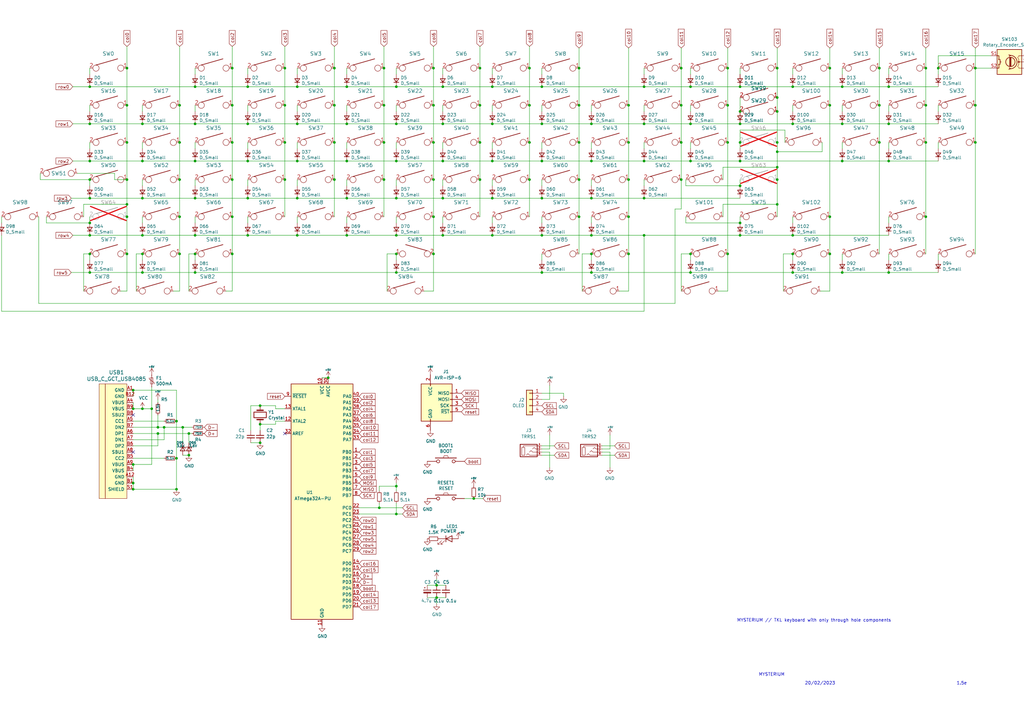
<source format=kicad_sch>
(kicad_sch (version 20231120) (generator "eeschema") (generator_version "8.0")
  (paper "A3")
  (junction (at 237.49 58.42))
  (junction (at 80.01 66.04))
  (junction (at 217.17 27.94))
  (junction (at 303.53 50.8))
  (junction (at 345.44 111.76))
  (junction (at 217.17 73.66))
  (junction (at 162.56 111.76))
  (junction (at 222.25 111.76))
  (junction (at 54.61 198.12))
  (junction (at 257.81 73.66))
  (junction (at 201.93 96.52))
  (junction (at 318.77 40.005))
  (junction (at 58.42 96.52))
  (junction (at 72.39 172.72))
  (junction (at 242.57 66.04))
  (junction (at 116.84 58.42))
  (junction (at 36.83 91.44))
  (junction (at 222.25 66.04))
  (junction (at 340.36 27.94))
  (junction (at 201.93 81.28))
  (junction (at 181.61 66.04))
  (junction (at 283.21 104.14))
  (junction (at 142.24 50.8))
  (junction (at 80.01 81.28))
  (junction (at 36.83 50.8))
  (junction (at 181.61 50.8))
  (junction (at 379.73 58.42))
  (junction (at 237.49 27.94))
  (junction (at 52.07 88.9))
  (junction (at 95.25 73.66))
  (junction (at 157.48 73.66))
  (junction (at 77.47 177.8))
  (junction (at 36.83 81.28))
  (junction (at 279.4 73.66))
  (junction (at 257.81 58.42))
  (junction (at 340.36 104.14))
  (junction (at 137.16 43.18))
  (junction (at 95.25 43.18))
  (junction (at 52.07 58.42))
  (junction (at 58.42 50.8))
  (junction (at 73.66 88.9))
  (junction (at 379.73 27.94))
  (junction (at 345.44 50.8))
  (junction (at 196.85 27.94))
  (junction (at 142.24 81.28))
  (junction (at 54.61 200.66))
  (junction (at 121.92 81.28))
  (junction (at 101.6 35.56))
  (junction (at 318.77 58.42))
  (junction (at 155.575 208.28))
  (junction (at 279.4 43.18))
  (junction (at 283.21 66.04))
  (junction (at 73.66 58.42))
  (junction (at 318.77 62.23))
  (junction (at 162.56 66.04))
  (junction (at 264.16 50.8))
  (junction (at 80.01 96.52))
  (junction (at 303.53 35.56))
  (junction (at 137.16 27.94))
  (junction (at 72.39 187.96))
  (junction (at 364.49 35.56))
  (junction (at 400.05 27.94))
  (junction (at 95.25 27.94))
  (junction (at 325.12 50.8))
  (junction (at 318.77 73.66))
  (junction (at 106.68 173.99))
  (junction (at 36.83 66.04))
  (junction (at 64.77 177.8))
  (junction (at 298.45 27.94))
  (junction (at 303.53 96.52))
  (junction (at 106.68 166.37))
  (junction (at 157.48 43.18))
  (junction (at 116.84 27.94))
  (junction (at 181.61 96.52))
  (junction (at 162.56 104.14))
  (junction (at 157.48 27.94))
  (junction (at 379.73 43.18))
  (junction (at 217.17 43.18))
  (junction (at 237.49 73.66))
  (junction (at 222.25 96.52))
  (junction (at 80.01 50.8))
  (junction (at 162.56 35.56))
  (junction (at 201.93 66.04))
  (junction (at 64.77 175.26))
  (junction (at 177.8 27.94))
  (junction (at 177.8 88.9))
  (junction (at 318.77 68.58))
  (junction (at 303.53 58.42))
  (junction (at 201.93 35.56))
  (junction (at 340.36 43.18))
  (junction (at 179.07 240.03))
  (junction (at 95.25 88.9))
  (junction (at 36.83 35.56))
  (junction (at 257.81 88.9))
  (junction (at 80.01 111.76))
  (junction (at 177.8 104.14))
  (junction (at 101.6 81.28))
  (junction (at 217.17 58.42))
  (junction (at 257.81 43.18))
  (junction (at 101.6 66.04))
  (junction (at 400.05 43.18))
  (junction (at 303.53 45.72))
  (junction (at 106.68 181.61))
  (junction (at 58.42 104.14))
  (junction (at 58.42 111.76))
  (junction (at 177.8 58.42))
  (junction (at 257.81 104.14))
  (junction (at 242.57 81.28))
  (junction (at 58.42 66.04))
  (junction (at 52.07 104.14))
  (junction (at 54.61 190.5))
  (junction (at 80.01 35.56))
  (junction (at 364.49 50.8))
  (junction (at 222.25 50.8))
  (junction (at 77.47 186.69))
  (junction (at 101.6 50.8))
  (junction (at 360.68 27.94))
  (junction (at 177.8 73.66))
  (junction (at 137.16 58.42))
  (junction (at 54.61 167.64))
  (junction (at 283.21 111.76))
  (junction (at 52.07 43.18))
  (junction (at 279.4 58.42))
  (junction (at 73.66 43.18))
  (junction (at 181.61 35.56))
  (junction (at 325.12 111.76))
  (junction (at 80.01 104.14))
  (junction (at 36.83 111.76))
  (junction (at 52.07 27.94))
  (junction (at 121.92 35.56))
  (junction (at 121.92 96.52))
  (junction (at 283.21 50.8))
  (junction (at 162.56 199.39))
  (junction (at 318.77 45.72))
  (junction (at 364.49 66.04))
  (junction (at 222.25 35.56))
  (junction (at 325.12 96.52))
  (junction (at 242.57 50.8))
  (junction (at 264.16 66.04))
  (junction (at 400.05 58.42))
  (junction (at 142.24 96.52))
  (junction (at 196.85 58.42))
  (junction (at 36.83 73.66))
  (junction (at 222.25 81.28))
  (junction (at 116.84 43.18))
  (junction (at 142.24 35.56))
  (junction (at 194.31 204.47))
  (junction (at 303.53 91.44))
  (junction (at 264.16 81.28))
  (junction (at 264.16 35.56))
  (junction (at 162.56 96.52))
  (junction (at 36.83 104.14))
  (junction (at 36.83 96.52))
  (junction (at 360.68 43.18))
  (junction (at 242.57 111.76))
  (junction (at 318.77 83.82))
  (junction (at 162.56 210.82))
  (junction (at 137.16 73.66))
  (junction (at 298.45 43.18))
  (junction (at 177.8 43.18))
  (junction (at 142.24 66.04))
  (junction (at 318.77 27.94))
  (junction (at 58.42 81.28))
  (junction (at 62.23 167.64))
  (junction (at 54.61 160.02))
  (junction (at 325.12 104.14))
  (junction (at 264.16 96.52))
  (junction (at 74.93 175.26))
  (junction (at 181.61 81.28))
  (junction (at 73.66 73.66))
  (junction (at 201.93 50.8))
  (junction (at 162.56 50.8))
  (junction (at 303.53 76.2))
  (junction (at 196.85 43.18))
  (junction (at 237.49 43.18))
  (junction (at 52.07 73.66))
  (junction (at 279.4 27.94))
  (junction (at 121.92 50.8))
  (junction (at 162.56 81.28))
  (junction (at 157.48 58.42))
  (junction (at 384.81 27.94))
  (junction (at 72.39 200.66))
  (junction (at 101.6 96.52))
  (junction (at 52.07 83.82))
  (junction (at 95.25 104.14))
  (junction (at 379.73 88.9))
  (junction (at 121.92 66.04))
  (junction (at 116.84 73.66))
  (junction (at 242.57 96.52))
  (junction (at 345.44 35.56))
  (junction (at 283.21 35.56))
  (junction (at 340.36 88.9))
  (junction (at 95.25 58.42))
  (junction (at 179.07 245.11))
  (junction (at 360.68 58.42))
  (junction (at 58.42 167.64))
  (junction (at 298.45 58.42))
  (junction (at 364.49 111.76))
  (junction (at 242.57 104.14))
  (junction (at 196.85 73.66))
  (junction (at 325.12 35.56))
  (junction (at 298.45 104.14))
  (junction (at 134.62 154.94))
  (junction (at 67.31 175.26))
  (junction (at 345.44 66.04))
  (junction (at 237.49 88.9))
  (junction (at 73.66 104.14))
  (junction (at 303.53 66.04))
  (no_connect (at 54.61 185.42))
  (no_connect (at 54.61 170.18))
  (no_connect (at 116.84 177.8))
  (wire (pts (xy 142.24 60.96) (xy 142.24 58.42)))
  (wire (pts (xy 225.425 184.15) (xy 225.425 178.435)))
  (wire (pts (xy 196.85 58.42) (xy 196.85 73.66)))
  (wire (pts (xy 142.24 66.04) (xy 162.56 66.04)))
  (wire (pts (xy 400.05 27.94) (xy 400.05 43.18)))
  (wire (pts (xy 177.8 43.18) (xy 177.8 27.94)))
  (wire (pts (xy 303.53 60.96) (xy 303.53 58.42)))
  (wire (pts (xy 157.48 43.18) (xy 157.48 58.42)))
  (wire (pts (xy 225.425 163.83) (xy 225.425 158.115)))
  (wire (pts (xy 345.44 60.96) (xy 345.44 58.42)))
  (wire (pts (xy 95.25 73.66) (xy 95.25 58.42)))
  (wire (pts (xy 36.83 66.04) (xy 29.845 66.04)))
  (wire (pts (xy 298.45 58.42) (xy 298.45 104.14)))
  (wire (pts (xy 360.68 27.94) (xy 360.68 43.18)))
  (wire (pts (xy 337.185 58.42) (xy 337.185 62.23)))
  (wire (pts (xy 296.545 83.82) (xy 318.77 83.82)))
  (wire (pts (xy 279.4 85.725) (xy 279.4 73.66)))
  (wire (pts (xy 101.6 76.2) (xy 101.6 73.66)))
  (wire (pts (xy 325.12 45.72) (xy 325.12 43.18)))
  (wire (pts (xy 54.61 195.58) (xy 54.61 198.12)))
  (wire (pts (xy 384.81 45.72) (xy 384.81 43.18)))
  (wire (pts (xy 74.93 186.69) (xy 77.47 186.69)))
  (wire (pts (xy 222.25 186.69) (xy 227.33 186.69)))
  (wire (pts (xy 142.24 30.48) (xy 142.24 27.94)))
  (wire (pts (xy 155.575 208.28) (xy 165.1 208.28)))
  (wire (pts (xy 179.07 245.11) (xy 182.88 245.11)))
  (wire (pts (xy 222.25 60.96) (xy 222.25 58.42)))
  (wire (pts (xy 264.16 66.04) (xy 283.21 66.04)))
  (wire (pts (xy 181.61 45.72) (xy 181.61 43.18)))
  (wire (pts (xy 225.425 185.42) (xy 225.425 191.77)))
  (wire (pts (xy 379.73 88.9) (xy 379.73 58.42)))
  (wire (pts (xy 52.07 27.94) (xy 52.07 43.18)))
  (wire (pts (xy 257.81 104.14) (xy 257.81 119.38)))
  (wire (pts (xy 52.07 43.18) (xy 52.07 58.42)))
  (wire (pts (xy 137.16 43.18) (xy 137.16 27.94)))
  (wire (pts (xy 162.56 76.2) (xy 162.56 73.66)))
  (wire (pts (xy 142.24 96.52) (xy 162.56 96.52)))
  (wire (pts (xy 283.21 106.68) (xy 283.21 104.14)))
  (wire (pts (xy 242.57 66.04) (xy 264.16 66.04)))
  (wire (pts (xy 303.53 30.48) (xy 303.53 27.94)))
  (wire (pts (xy 64.77 177.8) (xy 64.77 182.88)))
  (wire (pts (xy 116.84 27.94) (xy 116.84 43.18)))
  (wire (pts (xy 54.61 198.12) (xy 54.61 200.66)))
  (wire (pts (xy 73.66 43.18) (xy 73.66 58.42)))
  (wire (pts (xy 72.39 160.02) (xy 72.39 172.72)))
  (wire (pts (xy 121.92 66.04) (xy 142.24 66.04)))
  (wire (pts (xy 54.61 162.56) (xy 54.61 160.02)))
  (wire (pts (xy 121.92 30.48) (xy 121.92 27.94)))
  (wire (pts (xy 318.77 45.72) (xy 318.77 58.42)))
  (wire (pts (xy 238.76 104.14) (xy 238.76 119.38)))
  (wire (pts (xy 222.25 106.68) (xy 222.25 104.14)))
  (wire (pts (xy 158.75 104.14) (xy 158.75 119.38)))
  (wire (pts (xy 155.575 201.295) (xy 155.575 199.39)))
  (wire (pts (xy 222.25 76.2) (xy 222.25 73.66)))
  (wire (pts (xy 281.305 73.66) (xy 281.305 76.2)))
  (wire (pts (xy 222.25 50.8) (xy 242.57 50.8)))
  (wire (pts (xy 257.81 119.38) (xy 254 119.38)))
  (wire (pts (xy 54.61 160.02) (xy 72.39 160.02)))
  (wire (pts (xy 52.07 27.94) (xy 52.07 19.05)))
  (wire (pts (xy 52.07 88.9) (xy 52.07 104.14)))
  (wire (pts (xy 298.45 43.18) (xy 298.45 58.42)))
  (wire (pts (xy 101.6 35.56) (xy 121.92 35.56)))
  (wire (pts (xy 137.16 58.42) (xy 137.16 43.18)))
  (wire (pts (xy 242.57 76.2) (xy 242.57 73.66)))
  (wire (pts (xy 222.25 96.52) (xy 242.57 96.52)))
  (wire (pts (xy 179.07 245.11) (xy 179.07 247.65)))
  (wire (pts (xy 257.81 58.42) (xy 257.81 43.18)))
  (wire (pts (xy 364.49 50.8) (xy 384.81 50.8)))
  (wire (pts (xy 264.16 96.52) (xy 303.53 96.52)))
  (wire (pts (xy 137.16 27.94) (xy 137.16 19.05)))
  (wire (pts (xy 242.57 50.8) (xy 264.16 50.8)))
  (wire (pts (xy 80.01 35.56) (xy 101.6 35.56)))
  (wire (pts (xy 345.44 50.8) (xy 364.49 50.8)))
  (wire (pts (xy 36.83 35.56) (xy 80.01 35.56)))
  (wire (pts (xy 36.83 106.68) (xy 36.83 104.14)))
  (wire (pts (xy 101.6 30.48) (xy 101.6 27.94)))
  (wire (pts (xy 222.25 35.56) (xy 264.16 35.56)))
  (wire (pts (xy 58.42 66.04) (xy 80.01 66.04)))
  (wire (pts (xy 325.12 104.14) (xy 321.31 104.14)))
  (wire (pts (xy 296.545 88.9) (xy 296.545 83.82)))
  (wire (pts (xy 283.21 50.8) (xy 303.53 50.8)))
  (wire (pts (xy 73.66 58.42) (xy 73.66 73.66)))
  (wire (pts (xy 80.01 81.28) (xy 101.6 81.28)))
  (wire (pts (xy 242.57 45.72) (xy 242.57 43.18)))
  (wire (pts (xy 201.93 91.44) (xy 201.93 88.9)))
  (wire (pts (xy 58.42 81.28) (xy 80.01 81.28)))
  (wire (pts (xy 162.56 45.72) (xy 162.56 43.18)))
  (wire (pts (xy 121.92 60.96) (xy 121.92 58.42)))
  (wire (pts (xy 217.17 88.9) (xy 217.17 73.66)))
  (wire (pts (xy 64.77 175.26) (xy 67.31 175.26)))
  (wire (pts (xy 177.8 104.14) (xy 177.8 88.9)))
  (wire (pts (xy 62.23 167.64) (xy 62.23 190.5)))
  (wire (pts (xy 162.56 35.56) (xy 181.61 35.56)))
  (wire (pts (xy 54.61 200.66) (xy 72.39 200.66)))
  (wire (pts (xy 16.51 73.66) (xy 16.51 71.12)))
  (wire (pts (xy 201.93 30.48) (xy 201.93 27.94)))
  (wire (pts (xy 77.47 104.14) (xy 77.47 119.38)))
  (wire (pts (xy 54.61 187.96) (xy 67.31 187.96)))
  (wire (pts (xy 281.305 88.9) (xy 281.305 91.44)))
  (wire (pts (xy 298.45 119.38) (xy 294.64 119.38)))
  (wire (pts (xy 264.16 50.8) (xy 283.21 50.8)))
  (wire (pts (xy 106.68 173.99) (xy 106.68 176.53)))
  (wire (pts (xy 181.61 35.56) (xy 201.93 35.56)))
  (wire (pts (xy 325.12 106.68) (xy 325.12 104.14)))
  (wire (pts (xy 155.575 199.39) (xy 162.56 199.39)))
  (wire (pts (xy 95.25 88.9) (xy 95.25 73.66)))
  (wire (pts (xy 46.99 73.66) (xy 46.99 71.12)))
  (wire (pts (xy 95.25 27.94) (xy 95.25 19.05)))
  (wire (pts (xy 74.93 175.26) (xy 74.93 181.61)))
  (wire (pts (xy 36.83 35.56) (xy 29.845 35.56)))
  (wire (pts (xy 137.16 73.66) (xy 137.16 58.42)))
  (wire (pts (xy 281.305 76.2) (xy 303.53 76.2)))
  (wire (pts (xy 250.19 184.15) (xy 250.19 178.435)))
  (wire (pts (xy 36.83 96.52) (xy 58.42 96.52)))
  (wire (pts (xy 237.49 43.18) (xy 237.49 58.42)))
  (wire (pts (xy 177.8 88.9) (xy 177.8 73.66)))
  (wire (pts (xy 242.57 60.96) (xy 242.57 58.42)))
  (wire (pts (xy 242.57 81.28) (xy 264.16 81.28)))
  (wire (pts (xy 15.875 88.9) (xy 15.875 124.46)))
  (wire (pts (xy 52.07 58.42) (xy 52.07 73.66)))
  (wire (pts (xy 201.93 76.2) (xy 201.93 73.66)))
  (wire (pts (xy 318.77 73.66) (xy 318.77 83.82)))
  (wire (pts (xy 283.21 30.48) (xy 283.21 27.94)))
  (wire (pts (xy 406.4 22.86) (xy 384.81 22.86)))
  (wire (pts (xy 283.21 60.96) (xy 283.21 58.42)))
  (wire (pts (xy 80.01 30.48) (xy 80.01 27.94)))
  (wire (pts (xy 52.07 119.38) (xy 49.53 119.38)))
  (wire (pts (xy 29.845 96.52) (xy 36.83 96.52)))
  (wire (pts (xy 217.17 58.42) (xy 217.17 43.18)))
  (wire (pts (xy 162.56 60.96) (xy 162.56 58.42)))
  (wire (pts (xy 384.81 106.68) (xy 384.81 104.14)))
  (wire (pts (xy 379.73 27.94) (xy 379.73 19.685)))
  (wire (pts (xy 177.8 119.38) (xy 173.99 119.38)))
  (wire (pts (xy 132.08 154.94) (xy 134.62 154.94)))
  (wire (pts (xy 177.8 27.94) (xy 177.8 19.05)))
  (wire (pts (xy 54.61 193.04) (xy 54.61 190.5)))
  (wire (pts (xy 242.57 91.44) (xy 242.57 88.9)))
  (wire (pts (xy 0.635 127.635) (xy 264.16 127.635)))
  (wire (pts (xy 379.73 58.42) (xy 379.73 43.18)))
  (wire (pts (xy 113.03 166.37) (xy 113.03 167.64)))
  (wire (pts (xy 325.12 88.9) (xy 325.12 91.44)))
  (wire (pts (xy 340.36 27.94) (xy 340.36 43.18)))
  (wire (pts (xy 142.24 35.56) (xy 162.56 35.56)))
  (wire (pts (xy 73.66 73.66) (xy 73.66 88.9)))
  (wire (pts (xy 181.61 96.52) (xy 201.93 96.52)))
  (wire (pts (xy 283.21 35.56) (xy 303.53 35.56)))
  (wire (pts (xy 222.25 66.04) (xy 242.57 66.04)))
  (wire (pts (xy 142.24 81.28) (xy 162.56 81.28)))
  (wire (pts (xy 64.77 165.1) (xy 64.77 163.83)))
  (wire (pts (xy 283.21 111.76) (xy 242.57 111.76)))
  (wire (pts (xy 121.92 45.72) (xy 121.92 43.18)))
  (wire (pts (xy 303.53 66.04) (xy 345.44 66.04)))
  (wire (pts (xy 36.83 73.66) (xy 16.51 73.66)))
  (wire (pts (xy 64.77 182.88) (xy 54.61 182.88)))
  (wire (pts (xy 106.68 166.37) (xy 113.03 166.37)))
  (wire (pts (xy 175.26 240.03) (xy 179.07 240.03)))
  (wire (pts (xy 0.635 91.44) (xy 0.635 88.9)))
  (wire (pts (xy 80.01 50.8) (xy 101.6 50.8)))
  (wire (pts (xy 406.4 27.94) (xy 400.05 27.94)))
  (wire (pts (xy 264.16 60.96) (xy 264.16 58.42)))
  (wire (pts (xy 364.49 106.68) (xy 364.49 104.14)))
  (wire (pts (xy 276.86 85.725) (xy 279.4 85.725)))
  (wire (pts (xy 222.25 182.88) (xy 227.33 182.88)))
  (wire (pts (xy 340.36 119.38) (xy 336.55 119.38)))
  (wire (pts (xy 58.42 50.8) (xy 80.01 50.8)))
  (wire (pts (xy 162.56 198.12) (xy 162.56 199.39)))
  (wire (pts (xy 421.64 25.4) (xy 430.53 25.4)))
  (wire (pts (xy 52.07 83.82) (xy 52.07 88.9)))
  (wire (pts (xy 340.36 104.14) (xy 340.36 119.38)))
  (wire (pts (xy 80.01 96.52) (xy 101.6 96.52)))
  (wire (pts (xy 80.01 111.76) (xy 58.42 111.76)))
  (wire (pts (xy 201.93 50.8) (xy 222.25 50.8)))
  (wire (pts (xy 64.77 177.8) (xy 77.47 177.8)))
  (wire (pts (xy 46.99 71.12) (xy 31.75 71.12)))
  (wire (pts (xy 318.77 27.94) (xy 318.77 19.685)))
  (wire (pts (xy 157.48 73.66) (xy 157.48 88.9)))
  (wire (pts (xy 74.93 175.26) (xy 78.74 175.26)))
  (wire (pts (xy 34.29 83.82) (xy 52.07 83.82)))
  (wire (pts (xy 345.44 111.76) (xy 325.12 111.76)))
  (wire (pts (xy 318.77 83.82) (xy 318.77 88.9)))
  (wire (pts (xy 72.39 172.72) (xy 72.39 187.96)))
  (wire (pts (xy 264.16 127.635) (xy 264.16 96.52)))
  (wire (pts (xy 36.83 27.94) (xy 36.83 30.48)))
  (wire (pts (xy 181.61 91.44) (xy 181.61 88.9)))
  (wire (pts (xy 364.49 45.72) (xy 364.49 43.18)))
  (wire (pts (xy 106.68 166.37) (xy 102.87 166.37)))
  (wire (pts (xy 340.36 88.9) (xy 340.36 104.14)))
  (wire (pts (xy 162.56 210.82) (xy 165.1 210.82)))
  (wire (pts (xy 237.49 73.66) (xy 237.49 88.9)))
  (wire (pts (xy 19.05 88.9) (xy 19.05 91.44)))
  (wire (pts (xy 345.44 35.56) (xy 364.49 35.56)))
  (wire (pts (xy 321.945 53.34) (xy 321.945 58.42)))
  (wire (pts (xy 95.25 119.38) (xy 92.71 119.38)))
  (wire (pts (xy 181.61 76.2) (xy 181.61 73.66)))
  (wire (pts (xy 116.84 58.42) (xy 116.84 73.66)))
  (wire (pts (xy 72.39 187.96) (xy 72.39 200.66)))
  (wire (pts (xy 222.25 91.44) (xy 222.25 88.9)))
  (wire (pts (xy 147.32 208.28) (xy 155.575 208.28)))
  (wire (pts (xy 303.53 53.34) (xy 321.945 53.34)))
  (wire (pts (xy 242.57 111.76) (xy 222.25 111.76)))
  (wire (pts (xy 364.49 91.44) (xy 364.49 88.9)))
  (wire (pts (xy 264.16 81.28) (xy 303.53 81.28)))
  (wire (pts (xy 181.61 66.04) (xy 201.93 66.04)))
  (wire (pts (xy 181.61 81.28) (xy 201.93 81.28)))
  (wire (pts (xy 196.85 27.94) (xy 196.85 19.05)))
  (wire (pts (xy 250.19 185.42) (xy 250.19 191.77)))
  (wire (pts (xy 113.03 173.99) (xy 113.03 172.72)))
  (wire (pts (xy 36.83 66.04) (xy 58.42 66.04)))
  (wire (pts (xy 179.07 240.03) (xy 182.88 240.03)))
  (wire (pts (xy 142.24 50.8) (xy 162.56 50.8)))
  (wire (pts (xy 177.8 73.66) (xy 177.8 58.42)))
  (wire (pts (xy 67.31 180.34) (xy 54.61 180.34)))
  (wire (pts (xy 194.31 204.47) (xy 190.5 204.47)))
  (wire (pts (xy 298.45 104.14) (xy 298.45 119.38)))
  (wire (pts (xy 231.14 162.56) (xy 231.14 161.29)))
  (wire (pts (xy 95.25 104.14) (xy 95.25 88.9)))
  (wire (pts (xy 196.85 73.66) (xy 196.85 88.9)))
  (wire (pts (xy 279.4 58.42) (xy 279.4 73.66)))
  (wire (pts (xy 298.45 19.685) (xy 298.45 27.94)))
  (wire (pts (xy 325.12 96.52) (xy 364.49 96.52)))
  (wire (pts (xy 54.61 177.8) (xy 64.77 177.8)))
  (wire (pts (xy 345.44 106.68) (xy 345.44 104.14)))
  (wire (pts (xy 101.6 66.04) (xy 121.92 66.04)))
  (wire (pts (xy 155.575 206.375) (xy 155.575 208.28)))
  (wire (pts (xy 217.17 73.66) (xy 217.17 58.42)))
  (wire (pts (xy 116.84 43.18) (xy 116.84 58.42)))
  (wire (pts (xy 222.25 30.48) (xy 222.25 27.94)))
  (wire (pts (xy 80.01 76.2) (xy 80.01 73.66)))
  (wire (pts (xy 364.49 66.04) (xy 384.81 66.04)))
  (wire (pts (xy 222.25 185.42) (xy 225.425 185.42)))
  (wire (pts (xy 58.42 106.68) (xy 58.42 104.14)))
  (wire (pts (xy 237.49 58.42) (xy 237.49 73.66)))
  (wire (pts (xy 318.77 58.42) (xy 318.77 62.23)))
  (wire (pts (xy 36.83 81.28) (xy 29.21 81.28)))
  (wire (pts (xy 364.49 111.76) (xy 345.44 111.76)))
  (wire (pts (xy 0.635 96.52) (xy 0.635 127.635)))
  (wire (pts (xy 73.66 88.9) (xy 73.66 104.14)))
  (wire (pts (xy 303.53 35.56) (xy 325.12 35.56)))
  (wire (pts (xy 400.05 58.42) (xy 400.05 104.14)))
  (wire (pts (xy 264.16 45.72) (xy 264.16 43.18)))
  (wire (pts (xy 157.48 27.94) (xy 157.48 43.18)))
  (wire (pts (xy 325.12 30.48) (xy 325.12 27.94)))
  (wire (pts (xy 58.42 76.2) (xy 58.42 73.66)))
  (wire (pts (xy 121.92 91.44) (xy 121.92 88.9)))
  (wire (pts (xy 175.26 245.11) (xy 179.07 245.11)))
  (wire (pts (xy 157.48 58.42) (xy 157.48 73.66)))
  (wire (pts (xy 379.73 104.14) (xy 379.73 88.9)))
  (wire (pts (xy 379.73 43.18) (xy 379.73 27.94)))
  (wire (pts (xy 283.21 45.72) (xy 283.21 43.18)))
  (wire (pts (xy 217.17 43.18) (xy 217.17 27.94)))
  (wire (pts (xy 364.49 60.96) (xy 364.49 58.42)))
  (wire (pts (xy 181.61 50.8) (xy 201.93 50.8)))
  (wire (pts (xy 62.23 190.5) (xy 54.61 190.5)))
  (wire (pts (xy 142.24 76.2) (xy 142.24 73.66)))
  (wire (pts (xy 279.4 27.94) (xy 279.4 43.18)))
  (wire (pts (xy 201.93 96.52) (xy 222.25 96.52)))
  (wire (pts (xy 198.12 204.47) (xy 194.31 204.47)))
  (wire (pts (xy 247.015 182.88) (xy 252.095 182.88)))
  (wire (pts (xy 279.4 104.14) (xy 279.4 119.38)))
  (wire (pts (xy 15.875 124.46) (xy 276.86 124.46)))
  (wire (pts (xy 121.92 96.52) (xy 142.24 96.52)))
  (wire (pts (xy 325.12 111.76) (xy 283.21 111.76)))
  (wire (pts (xy 237.49 19.685) (xy 237.49 27.94)))
  (wire (pts (xy 121.92 81.28) (xy 142.24 81.28)))
  (wire (pts (xy 121.92 50.8) (xy 142.24 50.8)))
  (wire (pts (xy 364.49 35.56) (xy 384.81 35.56)))
  (wire (pts (xy 400.05 27.94) (xy 400.05 19.685)))
  (wire (pts (xy 116.84 73.66) (xy 116.84 88.9)))
  (wire (pts (xy 257.81 73.66) (xy 257.81 58.42)))
  (wire (pts (xy 303.53 91.44) (xy 303.53 88.9)))
  (wire (pts (xy 36.83 88.9) (xy 36.83 91.44)))
  (wire (pts (xy 34.29 104.14) (xy 34.29 119.38)))
  (wire (pts (xy 242.57 106.68) (xy 242.57 104.14)))
  (wire (pts (xy 303.53 58.42) (xy 303.53 53.34)))
  (wire (pts (xy 106.68 173.99) (xy 113.03 173.99)))
  (wire (pts (xy 58.42 45.72) (xy 58.42 43.18)))
  (wire (pts (xy 162.56 199.39) (xy 162.56 201.295)))
  (wire (pts (xy 257.81 104.14) (xy 257.81 88.9)))
  (wire (pts (xy 80.01 104.14) (xy 77.47 104.14)))
  (wire (pts (xy 179.07 240.03) (xy 179.07 237.49)))
  (wire (pts (xy 360.68 43.18) (xy 360.68 58.42)))
  (wire (pts (xy 58.42 96.52) (xy 80.01 96.52)))
  (wire (pts (xy 222.25 111.76) (xy 162.56 111.76)))
  (wire (pts (xy 55.88 104.14) (xy 55.88 119.38)))
  (wire (pts (xy 101.6 91.44) (xy 101.6 88.9)))
  (wire (pts (xy 162.56 106.68) (xy 162.56 104.14)))
  (wire (pts (xy 147.32 210.82) (xy 162.56 210.82)))
  (wire (pts (xy 162.56 96.52) (xy 181.61 96.52)))
  (wire (pts (xy 101.6 81.28) (xy 121.92 81.28)))
  (wire (pts (xy 283.21 66.04) (xy 303.53 66.04)))
  (wire (pts (xy 345.44 30.48) (xy 345.44 27.94)))
  (wire (pts (xy 80.01 66.04) (xy 101.6 66.04)))
  (wire (pts (xy 325.12 35.56) (xy 345.44 35.56)))
  (wire (pts (xy 237.49 27.94) (xy 237.49 43.18)))
  (wire (pts (xy 62.23 167.64) (xy 62.23 158.75)))
  (wire (pts (xy 29.21 111.76) (xy 36.83 111.76)))
  (wire (pts (xy 283.21 104.14) (xy 279.4 104.14)))
  (wire (pts (xy 181.61 30.48) (xy 181.61 27.94)))
  (wire (pts (xy 264.16 30.48) (xy 264.16 27.94)))
  (wire (pts (xy 242.57 96.52) (xy 264.16 96.52)))
  (wire (pts (xy 58.42 104.14) (xy 55.88 104.14)))
  (wire (pts (xy 279.4 43.18) (xy 279.4 58.42)))
  (wire (pts (xy 162.56 206.375) (xy 162.56 210.82)))
  (wire (pts (xy 80.01 91.44) (xy 80.01 88.9)))
  (wire (pts (xy 67.31 175.26) (xy 67.31 180.34)))
  (wire (pts (xy 257.81 88.9) (xy 257.81 73.66)))
  (wire (pts (xy 77.47 177.8) (xy 78.74 177.8)))
  (wire (pts (xy 101.6 50.8) (xy 121.92 50.8)))
  (wire (pts (xy 36.83 81.28) (xy 58.42 81.28)))
  (wire (pts (xy 101.6 96.52) (xy 121.92 96.52)))
  (wire (pts (xy 36.83 50.8) (xy 29.845 50.8)))
  (wire (pts (xy 360.68 58.42) (xy 360.68 104.14)))
  (wire (pts (xy 360.68 27.94) (xy 360.68 19.685)))
  (wire (pts (xy 222.25 184.15) (xy 225.425 184.15)))
  (wire (pts (xy 247.015 185.42) (xy 250.19 185.42)))
  (wire (pts (xy 36.83 43.18) (xy 36.83 45.72)))
  (wire (pts (xy 58.42 111.76) (xy 36.83 111.76)))
  (wire (pts (xy 384.81 22.86) (xy 384.81 27.94)))
  (wire (pts (xy 162.56 66.04) (xy 181.61 66.04)))
  (wire (pts (xy 325.12 50.8) (xy 345.44 50.8)))
  (wire (pts (xy 64.77 175.26) (xy 64.77 170.18)))
  (wire (pts (xy 80.01 106.68) (xy 80.01 104.14)))
  (wire (pts (xy 162.56 104.14) (xy 158.75 104.14)))
  (wire (pts (xy 296.545 73.66) (xy 296.545 68.58)))
  (wire (pts (xy 384.81 111.76) (xy 364.49 111.76)))
  (wire (pts (xy 36.83 58.42) (xy 36.83 60.96)))
  (wire (pts (xy 201.93 66.04) (xy 222.25 66.04)))
  (wire (pts (xy 95.25 104.14) (xy 95.25 119.38)))
  (wire (pts (xy 345.44 45.72) (xy 345.44 43.18)))
  (wire (pts (xy 257.81 43.18) (xy 257.81 19.685)))
  (wire (pts (xy 52.07 73.66) (xy 46.99 73.66)))
  (wire (pts (xy 247.015 186.69) (xy 252.095 186.69)))
  (wire (pts (xy 303.53 50.8) (xy 325.12 50.8)))
  (wire (pts (xy 340.36 27.94) (xy 340.36 19.685)))
  (wire (pts (xy 279.4 27.94) (xy 279.4 19.685)))
  (wire (pts (xy 80.01 60.96) (xy 80.01 58.42)))
  (wire (pts (xy 101.6 60.96) (xy 101.6 58.42)))
  (wire (pts (xy 201.93 35.56) (xy 222.25 35.56)))
  (wire (pts (xy 67.31 175.26) (xy 74.93 175.26)))
  (wire (pts (xy 318.77 27.94) (xy 318.77 40.005)))
  (wire (pts (xy 54.61 175.26) (xy 64.77 175.26)))
  (wire (pts (xy 121.92 76.2) (xy 121.92 73.66)))
  (wire (pts (xy 95.25 43.18) (xy 95.25 27.94)))
  (wire (pts (xy 364.49 30.48) (xy 364.49 27.94)))
  (wire (pts (xy 36.83 73.66) (xy 36.83 76.2)))
  (wire (pts (xy 196.85 43.18) (xy 196.85 58.42)))
  (wire (pts (xy 157.48 27.94) (xy 157.48 19.05)))
  (wire (pts (xy 321.31 104.14) (xy 321.31 119.38)))
  (wire (pts (xy 303.53 76.2) (xy 303.53 73.66)))
  (wire (pts (xy 430.53 25.4) (xy 430.53 26.67)))
  (wire (pts (xy 318.77 40.005) (xy 318.77 45.72)))
  (wire (pts (xy 137.16 88.9) (xy 137.16 73.66)))
  (wire (pts (xy 281.305 91.44) (xy 303.53 91.44)))
  (wire (pts (xy 142.24 45.72) (xy 142.24 43.18)))
  (wire (pts (xy 222.25 163.83) (xy 225.425 163.83)))
  (wire (pts (xy 400.05 43.18) (xy 400.05 58.42)))
  (wire (pts (xy 217.17 27.94) (xy 217.17 19.05)))
  (wire (pts (xy 337.185 62.23) (xy 318.77 62.23)))
  (wire (pts (xy 162.56 81.28) (xy 181.61 81.28)))
  (wire (pts (xy 201.93 60.96) (xy 201.93 58.42)))
  (wire (pts (xy 296.545 68.58) (xy 318.77 68.58)))
  (wire (pts (xy 231.14 161.29) (xy 222.25 161.29)))
  (wire (pts (xy 201.93 81.28) (xy 222.25 81.28)))
  (wire (pts (xy 36.83 104.14) (xy 34.29 104.14)))
  (wire (pts (xy 116.84 27.94) (xy 116.84 19.05)))
  (wire (pts (xy 201.93 45.72) (xy 201.93 43.18)))
  (wire (pts (xy 52.07 73.66) (xy 52.07 83.82)))
  (wire (pts (xy 177.8 58.42) (xy 177.8 43.18)))
  (wire (pts (xy 54.61 172.72) (xy 67.31 172.72)))
  (wire (pts (xy 177.8 104.14) (xy 177.8 119.38)))
  (wire (pts (xy 237.49 88.9) (xy 237.49 104.14)))
  (wire (pts (xy 58.42 167.64) (xy 62.23 167.64)))
  (wire (pts (xy 58.42 91.44) (xy 58.42 88.9)))
  (wire (pts (xy 19.05 91.44) (xy 36.83 91.44)))
  (wire (pts (xy 142.24 91.44) (xy 142.24 88.9)))
  (wire (pts (xy 222.25 45.72) (xy 222.25 43.18)))
  (wire (pts (xy 95.25 58.42) (xy 95.25 43.18)))
  (wire (pts (xy 196.85 27.94) (xy 196.85 43.18)))
  (wire (pts (xy 101.6 45.72) (xy 101.6 43.18)))
  (wire (pts (xy 113.03 167.64) (xy 116.84 167.64)))
  (wire (pts (xy 222.25 81.28) (xy 242.57 81.28)))
  (wire (pts (xy 318.77 68.58) (xy 318.77 73.66)))
  (wire (pts (xy 34.29 88.9) (xy 34.29 83.82)))
  (wire (pts (xy 73.66 19.05) (xy 73.66 43.18)))
  (wire (pts (xy 264.16 76.2) (xy 264.16 73.66)))
  (wire (pts (xy 162.56 91.44) (xy 162.56 88.9)))
  (wire (pts (xy 340.36 43.18) (xy 340.36 88.9)))
  (wire (pts (xy 276.86 124.46) (xy 276.86 85.725)))
  (wire (pts (xy 102.87 181.61) (xy 106.68 181.61)))
  (wire (pts (xy 345.44 66.04) (xy 364.49 66.04)))
  (wire (pts (xy 54.61 167.64) (xy 58.42 167.64)))
  (wire (pts (xy 36.83 50.8) (xy 58.42 50.8)))
  (wire (pts (xy 113.03 172.72) (xy 116.84 172.72)))
  (wire (pts (xy 162.56 111.76) (xy 80.01 111.76)))
  (wire (pts (xy 54.61 165.1) (xy 54.61 167.64)))
  (wire (pts (xy 303.53 96.52) (xy 325.12 96.52)))
  (wire (pts (xy 121.92 35.56) (xy 142.24 35.56)))
  (wire (pts (xy 264.16 35.56) (xy 283.21 35.56)))
  (wire (pts (xy 242.57 104.14) (xy 238.76 104.14)))
  (wire (pts (xy 298.45 27.94) (xy 298.45 43.18)))
  (wire (pts (xy 162.56 50.8) (xy 181.61 50.8)))
  (wire (pts (xy 384.81 30.48) (xy 384.81 27.94)))
  (wire (pts (xy 58.42 60.96) (xy 58.42 58.42)))
  (wire (pts (xy 303.53 40.005) (xy 303.53 45.72)))
  (wire (pts (xy 52.07 104.14) (xy 52.07 119.38)))
  (wire (pts (xy 384.81 60.96) (xy 384.81 58.42)))
  (wire (pts (xy 181.61 60.96) (xy 181.61 58.42)))
  (wire (pts (xy 102.87 166.37) (xy 102.87 176.53)))
  (wire (pts (xy 247.015 184.15) (xy 250.19 184.15)))
  (wire (pts (xy 77.47 177.8) (xy 77.47 181.61)))
  (wire (pts (xy 80.01 45.72) (xy 80.01 43.18)))
  (wire (pts (xy 318.77 62.23) (xy 318.77 68.58)))
  (wire (pts (xy 162.56 30.48) (xy 162.56 27.94)))
  (wire (pts (xy 73.66 119.38) (xy 71.12 119.38)))
  (wire (pts (xy 73.66 104.14) (xy 73.66 119.38)))
  (text "MYSTERIUM // TKL keyboard with only through hole components" (at 302.26 255.27 0) (effects (font (size 1.27 1.27)) (justify left bottom)))
  (text "20/02/2023" (at 330.073 281.051 0) (effects (font (size 1.27 1.27)) (justify left bottom)))
  (text "MYSTERIUM" (at 311.15 277.495 0) (effects (font (size 1.27 1.27)) (justify left bottom)))
  (text "1.5e" (at 392.303 281.051 0) (effects (font (size 1.27 1.27)) (justify left bottom)))
  (global_label "row1" (shape input) (at 29.845 50.8 180) (property "Intersheetrefs" "${INTERSHEET_REFS}" (effects (hide yes))))
  (global_label "col8" (shape input) (at 217.17 19.05 90) (property "Intersheetrefs" "${INTERSHEET_REFS}" (effects (hide yes))))
  (global_label "col2" (shape input) (at 95.25 19.05 90) (property "Intersheetrefs" "${INTERSHEET_REFS}" (effects (hide yes))))
  (global_label "col10" (shape input) (at 257.81 19.685 90) (property "Intersheetrefs" "${INTERSHEET_REFS}" (effects (hide yes))))
  (global_label "col6" (shape input) (at 177.8 19.05 90) (property "Intersheetrefs" "${INTERSHEET_REFS}" (effects (hide yes))))
  (global_label "SDA" (shape input) (at 222.25 168.91 0) (property "Intersheetrefs" "${INTERSHEET_REFS}" (effects (hide yes))))
  (global_label "boot" (shape input) (at 147.32 241.3 0) (property "Intersheetrefs" "${INTERSHEET_REFS}" (effects (hide yes))))
  (global_label "col15" (shape input) (at 360.68 19.685 90) (property "Intersheetrefs" "${INTERSHEET_REFS}" (effects (hide yes))))
  (global_label "MOSI" (shape input) (at 147.32 198.12 0) (property "Intersheetrefs" "${INTERSHEET_REFS}" (effects (hide yes))))
  (global_label "col1" (shape input) (at 147.32 185.42 0) (property "Intersheetrefs" "${INTERSHEET_REFS}" (effects (hide yes))))
  (global_label "reset" (shape input) (at 198.12 204.47 0) (property "Intersheetrefs" "${INTERSHEET_REFS}" (effects (hide yes))))
  (global_label "col14" (shape input) (at 147.32 243.84 0) (property "Intersheetrefs" "${INTERSHEET_REFS}" (effects (hide yes))))
  (global_label "MISO" (shape input) (at 421.64 27.94 0) (property "Intersheetrefs" "${INTERSHEET_REFS}" (effects (hide yes))))
  (global_label "row0" (shape input) (at 147.32 213.36 0) (property "Intersheetrefs" "${INTERSHEET_REFS}" (effects (hide yes))))
  (global_label "SCL" (shape input) (at 165.1 208.28 0) (property "Intersheetrefs" "${INTERSHEET_REFS}" (effects (hide yes))))
  (global_label "reset" (shape input) (at 116.84 162.56 180) (property "Intersheetrefs" "${INTERSHEET_REFS}" (effects (hide yes))))
  (global_label "col9" (shape input) (at 147.32 195.58 0) (property "Intersheetrefs" "${INTERSHEET_REFS}" (effects (hide yes))))
  (global_label "col4" (shape input) (at 147.32 167.64 0) (property "Intersheetrefs" "${INTERSHEET_REFS}" (effects (hide yes))))
  (global_label "row5" (shape input) (at 29.21 111.76 180) (property "Intersheetrefs" "${INTERSHEET_REFS}" (effects (hide yes))))
  (global_label "col5" (shape input) (at 147.32 190.5 0) (property "Intersheetrefs" "${INTERSHEET_REFS}" (effects (hide yes))))
  (global_label "row2" (shape input) (at 29.845 66.04 180) (property "Intersheetrefs" "${INTERSHEET_REFS}" (effects (hide yes))))
  (global_label "col14" (shape input) (at 340.36 19.685 90) (property "Intersheetrefs" "${INTERSHEET_REFS}" (effects (hide yes))))
  (global_label "col1" (shape input) (at 73.66 19.05 90) (property "Intersheetrefs" "${INTERSHEET_REFS}" (effects (hide yes))))
  (global_label "col16" (shape input) (at 379.73 19.685 90) (property "Intersheetrefs" "${INTERSHEET_REFS}" (effects (hide yes))))
  (global_label "MISO" (shape input) (at 189.23 161.29 0) (property "Intersheetrefs" "${INTERSHEET_REFS}" (effects (hide yes))))
  (global_label "SCK" (shape input) (at 147.32 203.2 0) (property "Intersheetrefs" "${INTERSHEET_REFS}" (effects (hide yes))))
  (global_label "row3" (shape input) (at 147.32 218.44 0) (property "Intersheetrefs" "${INTERSHEET_REFS}" (effects (hide yes))))
  (global_label "col7" (shape input) (at 147.32 193.04 0) (property "Intersheetrefs" "${INTERSHEET_REFS}" (effects (hide yes))))
  (global_label "col16" (shape input) (at 147.32 231.14 0) (property "Intersheetrefs" "${INTERSHEET_REFS}" (effects (hide yes))))
  (global_label "col11" (shape input) (at 279.4 19.685 90) (property "Intersheetrefs" "${INTERSHEET_REFS}" (effects (hide yes))))
  (global_label "D-" (shape input) (at 83.82 175.26 0) (property "Intersheetrefs" "${INTERSHEET_REFS}" (effects (hide yes))))
  (global_label "row4" (shape input) (at 29.845 96.52 180) (property "Intersheetrefs" "${INTERSHEET_REFS}" (effects (hide yes))))
  (global_label "col13" (shape input) (at 318.77 19.685 90) (property "Intersheetrefs" "${INTERSHEET_REFS}" (effects (hide yes))))
  (global_label "row4" (shape input) (at 147.32 223.52 0) (property "Intersheetrefs" "${INTERSHEET_REFS}" (effects (hide yes))))
  (global_label "col4" (shape input) (at 137.16 19.05 90) (property "Intersheetrefs" "${INTERSHEET_REFS}" (effects (hide yes))))
  (global_label "row0" (shape input) (at 29.845 35.56 180) (property "Intersheetrefs" "${INTERSHEET_REFS}" (effects (hide yes))))
  (global_label "reset" (shape input) (at 189.23 168.91 0) (property "Intersheetrefs" "${INTERSHEET_REFS}" (effects (hide yes))))
  (global_label "SDA" (shape input) (at 227.33 186.69 0) (property "Intersheetrefs" "${INTERSHEET_REFS}" (effects (hide yes))))
  (global_label "SCL" (shape input) (at 227.33 182.88 0) (property "Intersheetrefs" "${INTERSHEET_REFS}" (effects (hide yes))))
  (global_label "col3" (shape input) (at 147.32 187.96 0) (property "Intersheetrefs" "${INTERSHEET_REFS}" (effects (hide yes))))
  (global_label "D+" (shape input) (at 147.32 236.22 0) (property "Intersheetrefs" "${INTERSHEET_REFS}" (effects (hide yes))))
  (global_label "SCL" (shape input) (at 222.25 166.37 0) (property "Intersheetrefs" "${INTERSHEET_REFS}" (effects (hide yes))))
  (global_label "SCL" (shape input) (at 252.095 182.88 0) (property "Intersheetrefs" "${INTERSHEET_REFS}" (effects (hide yes))))
  (global_label "D+" (shape input) (at 83.82 177.8 0) (property "Intersheetrefs" "${INTERSHEET_REFS}" (effects (hide yes))))
  (global_label "boot" (shape input) (at 190.5 189.23 0) (property "Intersheetrefs" "${INTERSHEET_REFS}" (effects (hide yes))))
  (global_label "row2" (shape input) (at 147.32 226.06 0) (property "Intersheetrefs" "${INTERSHEET_REFS}" (effects (hide yes))))
  (global_label "col0" (shape input) (at 52.07 19.05 90) (property "Intersheetrefs" "${INTERSHEET_REFS}" (effects (hide yes))))
  (global_label "col9" (shape input) (at 237.49 19.685 90) (property "Intersheetrefs" "${INTERSHEET_REFS}" (effects (hide yes))))
  (global_label "row3" (shape input) (at 29.21 81.28 180) (property "Intersheetrefs" "${INTERSHEET_REFS}" (effects (hide yes))))
  (global_label "row1" (shape input) (at 147.32 215.9 0) (property "Intersheetrefs" "${INTERSHEET_REFS}" (effects (hide yes))))
  (global_label "col15" (shape input) (at 147.32 233.68 0) (property "Intersheetrefs" "${INTERSHEET_REFS}" (effects (hide yes))))
  (global_label "SDA" (shape input) (at 165.1 210.82 0) (property "Intersheetrefs" "${INTERSHEET_REFS}" (effects (hide yes))))
  (global_label "col10" (shape input) (at 147.32 175.26 0) (property "Intersheetrefs" "${INTERSHEET_REFS}" (effects (hide yes))))
  (global_label "row5" (shape input) (at 147.32 220.98 0) (property "Intersheetrefs" "${INTERSHEET_REFS}" (effects (hide yes))))
  (global_label "col12" (shape input) (at 147.32 180.34 0) (property "Intersheetrefs" "${INTERSHEET_REFS}" (effects (hide yes))))
  (global_label "SCK" (shape input) (at 189.23 166.37 0) (property "Intersheetrefs" "${INTERSHEET_REFS}" (effects (hide yes))))
  (global_label "SDA" (shape input) (at 252.095 186.69 0) (property "Intersheetrefs" "${INTERSHEET_REFS}" (effects (hide yes))))
  (global_label "col6" (shape input) (at 147.32 170.18 0) (property "Intersheetrefs" "${INTERSHEET_REFS}" (effects (hide yes))))
  (global_label "col17" (shape input) (at 400.05 19.685 90) (property "Intersheetrefs" "${INTERSHEET_REFS}" (effects (hide yes))))
  (global_label "D-" (shape input) (at 147.32 238.76 0) (property "Intersheetrefs" "${INTERSHEET_REFS}" (effects (hide yes))))
  (global_label "col17" (shape input) (at 147.32 248.92 0) (property "Intersheetrefs" "${INTERSHEET_REFS}" (effects (hide yes))))
  (global_label "col0" (shape input) (at 147.32 162.56 0) (property "Intersheetrefs" "${INTERSHEET_REFS}" (effects (hide yes))))
  (global_label "MOSI" (shape input) (at 189.23 163.83 0) (property "Intersheetrefs" "${INTERSHEET_REFS}" (effects (hide yes))))
  (global_label "col8" (shape input) (at 147.32 172.72 0) (property "Intersheetrefs" "${INTERSHEET_REFS}" (effects (hide yes))))
  (global_label "col12" (shape input) (at 298.45 19.685 90) (property "Intersheetrefs" "${INTERSHEET_REFS}" (effects (hide yes))))
  (global_label "col13" (shape input) (at 147.32 246.38 0) (property "Intersheetrefs" "${INTERSHEET_REFS}" (effects (hide yes))))
  (global_label "col5" (shape input) (at 157.48 19.05 90) (property "Intersheetrefs" "${INTERSHEET_REFS}" (effects (hide yes))))
  (global_label "col2" (shape input) (at 147.32 165.1 0) (property "Intersheetrefs" "${INTERSHEET_REFS}" (effects (hide yes))))
  (global_label "MOSI" (shape input) (at 421.64 22.86 0) (property "Intersheetrefs" "${INTERSHEET_REFS}" (effects (hide yes))))
  (global_label "col7" (shape input) (at 196.85 19.05 90) (property "Intersheetrefs" "${INTERSHEET_REFS}" (effects (hide yes))))
  (global_label "MISO" (shape input) (at 147.32 200.66 0) (property "Intersheetrefs" "${INTERSHEET_REFS}" (effects (hide yes))))
  (global_label "col3" (shape input) (at 116.84 19.05 90) (property "Intersheetrefs" "${INTERSHEET_REFS}" (effects (hide yes))))
  (global_label "col11" (shape input) (at 147.32 177.8 0) (property "Intersheetrefs" "${INTERSHEET_REFS}" (effects (hide yes))))
  (symbol (lib_id "Device:R_Small") (at 69.85 172.72 270) (unit 1)
    (property "Reference" "R1" (at 69.85 170.18 90))
    (property "Value" "5.1k" (at 69.85 172.72 90) (effects (font (size 0.9906 0.9906))))
    (property "Footprint" "cftkb:R_Axial_DIN0204_L3.6mm_D1.6mm_P7.62mm_Horizontal" (effects (hide yes)))
  )
  (symbol (lib_id "Device:R_Small") (at 69.85 187.96 90) (unit 1)
    (property "Reference" "R2" (at 69.85 185.42 90))
    (property "Value" "5.1k" (at 69.85 187.96 90) (effects (font (size 0.9906 0.9906))))
    (property "Footprint" "cftkb:R_Axial_DIN0204_L3.6mm_D1.6mm_P7.62mm_Horizontal" (effects (hide yes)))
  )
  (symbol (lib_id "mysterium-pcb-rescue:USB_C_GCT_USB4085-Type-C") (at 52.07 179.07 0) (unit 1)
    (property "Reference" "USB1" (at 47.7774 152.7302 0) (effects (font (size 1.524 1.524))))
    (property "Value" "USB_C_GCT_USB4085" (at 47.7774 155.4226 0) (effects (font (size 1.524 1.524))))
    (property "Footprint" "cftkb:USB_C_GCT_USB4085" (effects (hide yes)))
  )
  (symbol (lib_id "Device:C_Polarized_Small") (at 175.26 242.57 0) (unit 1)
    (property "Reference" "C3" (at 173.99 238.76 0) (effects (justify left)))
    (property "Value" "4.7u" (at 172.72 246.38 0) (effects (justify left)))
    (property "Footprint" "cftkb:CP_Radial_D4.0mm_P1.50mm" (effects (hide yes)))
  )
  (symbol (lib_id "Device:C_Small") (at 179.07 242.57 0) (unit 1)
    (property "Reference" "C4" (at 177.8 238.76 0) (effects (justify left)))
    (property "Value" "0.1u" (at 177.8 246.38 0) (effects (justify left)))
    (property "Footprint" "cftkb:C_Disc_D4.3mm_W1.9mm_P5.00mm" (effects (hide yes)))
  )
  (symbol (lib_id "Device:C_Small") (at 182.88 242.57 0) (unit 1)
    (property "Reference" "C5" (at 181.61 238.76 0) (effects (justify left)))
    (property "Value" "0.1u" (at 182.88 246.38 0) (effects (justify left)))
    (property "Footprint" "cftkb:C_Disc_D4.3mm_W1.9mm_P5.00mm" (effects (hide yes)))
  )
  (symbol (lib_id "mysterium-pcb-rescue:ATmega32A-PU-MCU_Microchip_ATmega") (at 132.08 205.74 0) (unit 1)
    (property "Reference" "U1" (at 127 201.93 0))
    (property "Value" "ATmega32A-PU" (at 128.27 204.47 0))
    (property "Footprint" "cftkb:DIP-40_W15.24mm" (effects (hide yes)))
    (property "Datasheet" "http://ww1.microchip.com/downloads/en/DeviceDoc/atmel-8155-8-bit-microcontroller-avr-atmega32a_datasheet.pdf" (effects (hide yes)))
  )
  (symbol (lib_id "Device:D_Zener_Small") (at 74.93 184.15 270) (unit 1)
    (property "Reference" "D95" (at 72.39 181.61 90) (effects (font (size 0.9906 0.9906)) (justify left)))
    (property "Value" "3.6V" (at 77.47 182.88 90) (effects (font (size 0.9906 0.9906)) (justify left)))
    (property "Footprint" "cftkb:D_DO-35_SOD27_P5.08mm_Horizontal_Zener" (effects (hide yes)))
  )
  (symbol (lib_id "Device:D_Zener_Small") (at 77.47 184.15 270) (unit 1)
    (property "Reference" "D96" (at 77.47 181.61 90) (effects (font (size 0.9906 0.9906)) (justify left)))
    (property "Value" "3.6V" (at 72.39 182.88 90) (effects (font (size 0.9906 0.9906)) (justify left)))
    (property "Footprint" "cftkb:D_DO-35_SOD27_P5.08mm_Horizontal_Zener" (effects (hide yes)))
  )
  (symbol (lib_id "mysterium-pcb-rescue:SW_PUSH-keyboard_parts") (at 182.88 204.47 0) (unit 1)
    (property "Reference" "RESET1" (at 182.88 197.993 0))
    (property "Value" "RESET" (at 182.88 200.3044 0))
    (property "Footprint" "cftkb:SW_PUSH_6mm" (effects (hide yes)))
  )
  (symbol (lib_id "power:+5V") (at 179.07 237.49 0) (unit 1)
    (property "Reference" "#PWR0111" (effects (hide yes)))
    (property "Value" "+5V" (at 178.9684 234.2388 0) (effects (font (size 0.762 0.762))))
  )
  (symbol (lib_id "power:+5V") (at 134.62 154.94 0) (unit 1)
    (property "Reference" "#PWR0103" (effects (hide yes)))
    (property "Value" "+5V" (at 134.5184 151.6888 0) (effects (font (size 0.762 0.762))))
  )
  (symbol (lib_id "power:GND") (at 132.08 256.54 0) (unit 1)
    (property "Reference" "#PWR0104" (effects (hide yes)))
    (property "Value" "GND" (at 132.207 260.9342 0))
  )
  (symbol (lib_id "Device:R_Small") (at 194.31 201.93 0) (unit 1)
    (property "Reference" "R7" (at 195.8086 200.7616 0) (effects (justify left)))
    (property "Value" "10k" (at 195.8086 203.073 0) (effects (justify left)))
    (property "Footprint" "cftkb:R_Axial_DIN0204_L3.6mm_D1.6mm_P7.62mm_Horizontal" (effects (hide yes)))
  )
  (symbol (lib_id "power:+5V") (at 194.31 199.39 0) (unit 1)
    (property "Reference" "#PWR0116" (effects (hide yes)))
    (property "Value" "+5V" (at 194.2084 196.1388 0) (effects (font (size 0.762 0.762))))
  )
  (symbol (lib_id "power:GND") (at 175.26 204.47 0) (unit 1)
    (property "Reference" "#PWR0113" (effects (hide yes)))
    (property "Value" "GND" (at 175.387 208.8642 0))
  )
  (symbol (lib_id "Device:LED") (at 184.15 220.98 0) (unit 1)
    (property "Reference" "LED1" (at 185.42 215.9 0))
    (property "Value" "POWER" (at 183.9214 217.805 0))
    (property "Footprint" "cftkb:LED_D3.0mm" (effects (hide yes)))
  )
  (symbol (lib_id "power:+5V") (at 187.96 220.98 0) (unit 1)
    (property "Reference" "#PWR0114" (effects (hide yes)))
    (property "Value" "+5V" (at 189.23 218.44 0) (effects (font (size 0.762 0.762))))
  )
  (symbol (lib_id "Device:R_Small") (at 177.8 220.98 270) (unit 1)
    (property "Reference" "R6" (at 177.8 216.0016 90))
    (property "Value" "1.5K" (at 177.8 218.313 90))
    (property "Footprint" "cftkb:R_Axial_DIN0204_L3.6mm_D1.6mm_P7.62mm_Horizontal" (effects (hide yes)))
  )
  (symbol (lib_id "power:GND") (at 175.26 220.98 0) (unit 1)
    (property "Reference" "#PWR0115" (effects (hide yes)))
    (property "Value" "GND" (at 175.387 225.3742 0))
  )
  (symbol (lib_id "mysterium-pcb-rescue:SW_PUSH-keyboard_parts") (at 182.88 189.23 0) (unit 1)
    (property "Reference" "BOOT1" (at 182.88 182.753 0))
    (property "Value" "BOOT" (at 182.88 185.0644 0))
    (property "Footprint" "cftkb:SW_PUSH_6mm" (effects (hide yes)))
  )
  (symbol (lib_id "power:GND") (at 175.26 189.23 0) (unit 1)
    (property "Reference" "#PWR0117" (effects (hide yes)))
    (property "Value" "GND" (at 175.387 193.6242 0))
  )
  (symbol (lib_id "Device:R_Small") (at 81.28 175.26 270) (unit 1)
    (property "Reference" "R3" (at 81.28 172.72 90))
    (property "Value" "75R" (at 81.28 175.26 90) (effects (font (size 0.9906 0.9906))))
    (property "Footprint" "cftkb:R_Axial_DIN0204_L3.6mm_D1.6mm_P7.62mm_Horizontal" (effects (hide yes)))
  )
  (symbol (lib_id "Device:R_Small") (at 81.28 177.8 270) (unit 1)
    (property "Reference" "R4" (at 81.28 180.34 90))
    (property "Value" "75R" (at 81.28 177.8 90) (effects (font (size 0.9906 0.9906))))
    (property "Footprint" "cftkb:R_Axial_DIN0204_L3.6mm_D1.6mm_P7.62mm_Horizontal" (effects (hide yes)))
  )
  (symbol (lib_id "power:GND") (at 72.39 200.66 0) (unit 1)
    (property "Reference" "#PWR0102" (effects (hide yes)))
    (property "Value" "GND" (at 72.517 205.0542 0))
  )
  (symbol (lib_id "Device:Crystal") (at 106.68 170.18 270) (unit 1)
    (property "Reference" "Y1" (at 110.0074 169.0116 90) (effects (justify left)))
    (property "Value" "Crystal" (at 110.0074 171.323 90) (effects (justify left)))
    (property "Footprint" "cftkb:Crystal_HC49-4H_Vertical" (effects (hide yes)))
  )
  (symbol (lib_id "power:GND") (at 77.47 186.69 0) (unit 1)
    (property "Reference" "#PWR0101" (effects (hide yes)))
    (property "Value" "GND" (at 77.597 191.0842 0))
  )
  (symbol (lib_id "Device:C_Small") (at 106.68 179.07 0) (unit 1)
    (property "Reference" "C2" (at 109.22 176.53 0) (effects (justify left)))
    (property "Value" "22p" (at 109.22 179.07 0) (effects (justify left)))
    (property "Footprint" "cftkb:C_Disc_D3.0mm_W1.6mm_P2.50mm" (effects (hide yes)))
  )
  (symbol (lib_id "Device:C_Small") (at 102.87 179.07 0) (unit 1)
    (property "Reference" "C1" (at 97.79 176.53 0) (effects (justify left)))
    (property "Value" "22p" (at 96.52 179.07 0) (effects (justify left)))
    (property "Footprint" "cftkb:C_Disc_D3.0mm_W1.6mm_P2.50mm" (effects (hide yes)))
  )
  (symbol (lib_id "power:+5V") (at 176.53 153.67 0) (unit 1)
    (property "Reference" "#PWR0108" (effects (hide yes)))
    (property "Value" "+5V" (at 176.4284 150.4188 0) (effects (font (size 0.762 0.762))))
  )
  (symbol (lib_id "power:GND") (at 106.68 181.61 0) (unit 1)
    (property "Reference" "#PWR0107" (effects (hide yes)))
    (property "Value" "GND" (at 106.807 186.0042 0))
  )
  (symbol (lib_id "Device:R_Small") (at 64.77 167.64 0) (unit 1)
    (property "Reference" "R5" (at 66.04 163.83 0) (effects (justify left)))
    (property "Value" "1.5k" (at 64.77 168.91 90) (effects (font (size 0.9906 0.9906)) (justify left)))
    (property "Footprint" "cftkb:R_Axial_DIN0204_L3.6mm_D1.6mm_P7.62mm_Horizontal" (effects (hide yes)))
  )
  (symbol (lib_id "power:+5V") (at 64.77 163.83 0) (unit 1)
    (property "Reference" "#PWR0109" (effects (hide yes)))
    (property "Value" "+5V" (at 64.6684 160.5788 0) (effects (font (size 0.762 0.762))))
  )
  (symbol (lib_id "power:VCC") (at 58.42 167.64 0) (unit 1)
    (property "Reference" "#PWR0105" (effects (hide yes)))
    (property "Value" "VCC" (at 58.8518 163.2458 0))
  )
  (symbol (lib_id "Device:Polyfuse_Small") (at 62.23 156.21 0) (unit 1)
    (property "Reference" "F1" (at 63.9572 155.0416 0) (effects (justify left)))
    (property "Value" "500mA" (at 63.9572 157.353 0) (effects (justify left)))
    (property "Footprint" "cftkb:polyfuse_5.1mm" (effects (hide yes)))
  )
  (symbol (lib_id "power:+5V") (at 62.23 153.67 0) (unit 1)
    (property "Reference" "#PWR0110" (effects (hide yes)))
    (property "Value" "+5V" (at 62.1284 150.4188 0) (effects (font (size 0.762 0.762))))
  )
  (symbol (lib_id "mysterium-pcb-rescue:AVR-ISP-6-Connector") (at 179.07 166.37 0) (unit 1)
    (property "Reference" "J1" (at 184.15 152.4 0) (effects (justify right)))
    (property "Value" "AVR-ISP-6" (at 189.23 154.94 0) (effects (justify right)))
    (property "Footprint" "cftkb:AVR_ICSP_3x2" (effects (hide yes)))
    (property "Datasheet" " ~" (effects (hide yes)))
  )
  (symbol (lib_id "power:GND") (at 176.53 176.53 0) (unit 1)
    (property "Reference" "#PWR0106" (effects (hide yes)))
    (property "Value" "GND" (at 176.657 180.9242 0))
  )
  (symbol (lib_id "mysterium-pcb-rescue:KEYSW-keyboard_parts") (at 66.04 88.9 0) (unit 1)
    (property "Reference" "SW65" (at 66.04 82.9818 0) (effects (font (size 1.524 1.524))))
    (property "Value" "KEYSW" (effects (hide yes)))
    (property "Footprint" "acheron_MXH_MetalRings:MX100H" (effects (hide yes)))
  )
  (symbol (lib_id "mysterium-pcb-rescue:KEYSW-keyboard_parts") (at 66.04 73.66 0) (unit 1)
    (property "Reference" "SW52" (at 66.04 67.7418 0) (effects (font (size 1.524 1.524))))
    (property "Value" "KEYSW" (effects (hide yes)))
    (property "Footprint" "acheron_MXH_MetalRings:MX100H" (effects (hide yes)))
  )
  (symbol (lib_id "mysterium-pcb-rescue:KEYSW-keyboard_parts") (at 66.04 104.14 0) (unit 1)
    (property "Reference" "SW79" (at 66.04 98.2218 0) (effects (font (size 1.524 1.524))))
    (property "Value" "KEYSW" (effects (hide yes)))
    (property "Footprint" "acheron_MXH_MetalRings:MX125H" (effects (hide yes)))
  )
  (symbol (lib_id "mysterium-pcb-rescue:KEYSW-keyboard_parts") (at 66.04 43.18 0) (unit 1)
    (property "Reference" "SW17" (at 66.04 37.2618 0) (effects (font (size 1.524 1.524))))
    (property "Value" "KEYSW" (effects (hide yes)))
    (property "Footprint" "acheron_MXH_MetalRings:MX100H" (effects (hide yes)))
  )
  (symbol (lib_id "mysterium-pcb-rescue:KEYSW-keyboard_parts") (at 66.04 58.42 0) (unit 1)
    (property "Reference" "SW34" (at 66.04 52.5018 0) (effects (font (size 1.524 1.524))))
    (property "Value" "KEYSW" (effects (hide yes)))
    (property "Footprint" "acheron_MXH_MetalRings:MX100H" (effects (hide yes)))
  )
  (symbol (lib_id "Device:D_Small") (at 58.42 63.5 90) (unit 1)
    (property "Reference" "D34" (at 60.1472 62.3316 90) (effects (justify right)))
    (property "Value" "D_Small" (at 60.1472 64.643 90) (effects (justify right)))
    (property "Footprint" "cftkb:D_DO-35_SOD27_P5.08mm_Horizontal" (effects (hide yes)))
  )
  (symbol (lib_id "Device:D_Small") (at 58.42 109.22 90) (unit 1)
    (property "Reference" "D79" (at 60.1472 108.0516 90) (effects (justify right)))
    (property "Value" "D_Small" (at 60.1472 110.363 90) (effects (justify right)))
    (property "Footprint" "cftkb:D_DO-35_SOD27_P5.08mm_Horizontal" (effects (hide yes)))
  )
  (symbol (lib_id "Device:D_Small") (at 58.42 78.74 90) (unit 1)
    (property "Reference" "D52" (at 60.1472 77.5716 90) (effects (justify right)))
    (property "Value" "D_Small" (at 60.1472 79.883 90) (effects (justify right)))
    (property "Footprint" "cftkb:D_DO-35_SOD27_P5.08mm_Horizontal" (effects (hide yes)))
  )
  (symbol (lib_id "Device:D_Small") (at 58.42 48.26 90) (unit 1)
    (property "Reference" "D17" (at 60.1472 47.0916 90) (effects (justify right)))
    (property "Value" "D_Small" (at 60.1472 49.403 90) (effects (justify right)))
    (property "Footprint" "cftkb:D_DO-35_SOD27_P5.08mm_Horizontal" (effects (hide yes)))
  )
  (symbol (lib_id "Device:D_Small") (at 58.42 93.98 90) (unit 1)
    (property "Reference" "D65" (at 60.1472 92.8116 90) (effects (justify right)))
    (property "Value" "D_Small" (at 60.1472 95.123 90) (effects (justify right)))
    (property "Footprint" "cftkb:D_DO-35_SOD27_P5.08mm_Horizontal" (effects (hide yes)))
  )
  (symbol (lib_id "mysterium-pcb-rescue:KEYSW-keyboard_parts") (at 87.63 88.9 0) (unit 1)
    (property "Reference" "SW66" (at 87.63 82.9818 0) (effects (font (size 1.524 1.524))))
    (property "Value" "KEYSW" (effects (hide yes)))
    (property "Footprint" "acheron_MXH_MetalRings:MX100H" (effects (hide yes)))
  )
  (symbol (lib_id "mysterium-pcb-rescue:KEYSW-keyboard_parts") (at 87.63 73.66 0) (unit 1)
    (property "Reference" "SW53" (at 87.63 67.7418 0) (effects (font (size 1.524 1.524))))
    (property "Value" "KEYSW" (effects (hide yes)))
    (property "Footprint" "acheron_MXH_MetalRings:MX100H" (effects (hide yes)))
  )
  (symbol (lib_id "mysterium-pcb-rescue:KEYSW-keyboard_parts") (at 87.63 104.14 0) (unit 1)
    (property "Reference" "SW81" (at 87.63 98.2218 0) (effects (font (size 1.524 1.524))))
    (property "Value" "KEYSW" (effects (hide yes)))
    (property "Footprint" "acheron_MXH_MetalRings:MX150H" (effects (hide yes)))
  )
  (symbol (lib_id "mysterium-pcb-rescue:KEYSW-keyboard_parts") (at 87.63 43.18 0) (unit 1)
    (property "Reference" "SW18" (at 87.63 37.2618 0) (effects (font (size 1.524 1.524))))
    (property "Value" "KEYSW" (effects (hide yes)))
    (property "Footprint" "acheron_MXH_MetalRings:MX100H" (effects (hide yes)))
  )
  (symbol (lib_id "mysterium-pcb-rescue:KEYSW-keyboard_parts") (at 87.63 58.42 0) (unit 1)
    (property "Reference" "SW35" (at 87.63 52.5018 0) (effects (font (size 1.524 1.524))))
    (property "Value" "KEYSW" (effects (hide yes)))
    (property "Footprint" "acheron_MXH_MetalRings:MX100H" (effects (hide yes)))
  )
  (symbol (lib_id "Device:D_Small") (at 80.01 63.5 90) (unit 1)
    (property "Reference" "D35" (at 81.7372 62.3316 90) (effects (justify right)))
    (property "Value" "D_Small" (at 81.7372 64.643 90) (effects (justify right)))
    (property "Footprint" "cftkb:D_DO-35_SOD27_P5.08mm_Horizontal" (effects (hide yes)))
  )
  (symbol (lib_id "Device:D_Small") (at 80.01 33.02 90) (unit 1)
    (property "Reference" "D1" (at 81.7372 31.8516 90) (effects (justify right)))
    (property "Value" "D_Small" (at 81.7372 34.163 90) (effects (justify right)))
    (property "Footprint" "cftkb:D_DO-35_SOD27_P5.08mm_Horizontal" (effects (hide yes)))
  )
  (symbol (lib_id "Device:D_Small") (at 80.01 109.22 90) (unit 1)
    (property "Reference" "D81" (at 81.7372 108.0516 90) (effects (justify right)))
    (property "Value" "D_Small" (at 81.7372 110.363 90) (effects (justify right)))
    (property "Footprint" "cftkb:D_DO-35_SOD27_P5.08mm_Horizontal" (effects (hide yes)))
  )
  (symbol (lib_id "mysterium-pcb-rescue:KEYSW-keyboard_parts") (at 87.63 27.94 0) (unit 1)
    (property "Reference" "SW1" (at 87.63 22.0218 0) (effects (font (size 1.524 1.524))))
    (property "Value" "KEYSW" (effects (hide yes)))
    (property "Footprint" "acheron_MXH_MetalRings:MX100H" (effects (hide yes)))
  )
  (symbol (lib_id "Device:D_Small") (at 80.01 78.74 90) (unit 1)
    (property "Reference" "D53" (at 81.7372 77.5716 90) (effects (justify right)))
    (property "Value" "D_Small" (at 81.7372 79.883 90) (effects (justify right)))
    (property "Footprint" "cftkb:D_DO-35_SOD27_P5.08mm_Horizontal" (effects (hide yes)))
  )
  (symbol (lib_id "Device:D_Small") (at 80.01 48.26 90) (unit 1)
    (property "Reference" "D18" (at 81.7372 47.0916 90) (effects (justify right)))
    (property "Value" "D_Small" (at 81.7372 49.403 90) (effects (justify right)))
    (property "Footprint" "cftkb:D_DO-35_SOD27_P5.08mm_Horizontal" (effects (hide yes)))
  )
  (symbol (lib_id "Device:D_Small") (at 80.01 93.98 90) (unit 1)
    (property "Reference" "D66" (at 81.7372 92.8116 90) (effects (justify right)))
    (property "Value" "D_Small" (at 81.7372 95.123 90) (effects (justify right)))
    (property "Footprint" "cftkb:D_DO-35_SOD27_P5.08mm_Horizontal" (effects (hide yes)))
  )
  (symbol (lib_id "mysterium-pcb-rescue:KEYSW-keyboard_parts") (at 109.22 73.66 0) (unit 1)
    (property "Reference" "SW54" (at 109.22 67.7418 0) (effects (font (size 1.524 1.524))))
    (property "Value" "KEYSW" (effects (hide yes)))
    (property "Footprint" "acheron_MXH_MetalRings:MX100H" (effects (hide yes)))
  )
  (symbol (lib_id "mysterium-pcb-rescue:KEYSW-keyboard_parts") (at 109.22 58.42 0) (unit 1)
    (property "Reference" "SW36" (at 109.22 52.5018 0) (effects (font (size 1.524 1.524))))
    (property "Value" "KEYSW" (effects (hide yes)))
    (property "Footprint" "acheron_MXH_MetalRings:MX100H" (effects (hide yes)))
  )
  (symbol (lib_id "mysterium-pcb-rescue:KEYSW-keyboard_parts") (at 109.22 27.94 0) (unit 1)
    (property "Reference" "SW2" (at 109.22 22.0218 0) (effects (font (size 1.524 1.524))))
    (property "Value" "KEYSW" (effects (hide yes)))
    (property "Footprint" "acheron_MXH_MetalRings:MX100H" (effects (hide yes)))
  )
  (symbol (lib_id "mysterium-pcb-rescue:KEYSW-keyboard_parts") (at 109.22 43.18 0) (unit 1)
    (property "Reference" "SW19" (at 109.22 37.2618 0) (effects (font (size 1.524 1.524))))
    (property "Value" "KEYSW" (effects (hide yes)))
    (property "Footprint" "acheron_MXH_MetalRings:MX100H" (effects (hide yes)))
  )
  (symbol (lib_id "Device:D_Small") (at 101.6 48.26 90) (unit 1)
    (property "Reference" "D19" (at 103.3272 47.0916 90) (effects (justify right)))
    (property "Value" "D_Small" (at 103.3272 49.403 90) (effects (justify right)))
    (property "Footprint" "cftkb:D_DO-35_SOD27_P5.08mm_Horizontal" (effects (hide yes)))
  )
  (symbol (lib_id "Device:D_Small") (at 101.6 93.98 90) (unit 1)
    (property "Reference" "D67" (at 103.3272 92.8116 90) (effects (justify right)))
    (property "Value" "D_Small" (at 103.3272 95.123 90) (effects (justify right)))
    (property "Footprint" "cftkb:D_DO-35_SOD27_P5.08mm_Horizontal" (effects (hide yes)))
  )
  (symbol (lib_id "Device:D_Small") (at 101.6 63.5 90) (unit 1)
    (property "Reference" "D36" (at 103.3272 62.3316 90) (effects (justify right)))
    (property "Value" "D_Small" (at 103.3272 64.643 90) (effects (justify right)))
    (property "Footprint" "cftkb:D_DO-35_SOD27_P5.08mm_Horizontal" (effects (hide yes)))
  )
  (symbol (lib_id "mysterium-pcb-rescue:KEYSW-keyboard_parts") (at 109.22 88.9 0) (unit 1)
    (property "Reference" "SW67" (at 109.22 82.9818 0) (effects (font (size 1.524 1.524))))
    (property "Value" "KEYSW" (effects (hide yes)))
    (property "Footprint" "acheron_MXH_MetalRings:MX100H" (effects (hide yes)))
  )
  (symbol (lib_id "Device:D_Small") (at 101.6 33.02 90) (unit 1)
    (property "Reference" "D2" (at 103.3272 31.8516 90) (effects (justify right)))
    (property "Value" "D_Small" (at 103.3272 34.163 90) (effects (justify right)))
    (property "Footprint" "cftkb:D_DO-35_SOD27_P5.08mm_Horizontal" (effects (hide yes)))
  )
  (symbol (lib_id "Device:D_Small") (at 101.6 78.74 90) (unit 1)
    (property "Reference" "D54" (at 103.3272 77.5716 90) (effects (justify right)))
    (property "Value" "D_Small" (at 103.3272 79.883 90) (effects (justify right)))
    (property "Footprint" "cftkb:D_DO-35_SOD27_P5.08mm_Horizontal" (effects (hide yes)))
  )
  (symbol (lib_id "mysterium-pcb-rescue:KEYSW-keyboard_parts") (at 129.54 73.66 0) (unit 1)
    (property "Reference" "SW55" (at 129.54 67.7418 0) (effects (font (size 1.524 1.524))))
    (property "Value" "KEYSW" (effects (hide yes)))
    (property "Footprint" "acheron_MXH_MetalRings:MX100H" (effects (hide yes)))
  )
  (symbol (lib_id "mysterium-pcb-rescue:KEYSW-keyboard_parts") (at 129.54 58.42 0) (unit 1)
    (property "Reference" "SW37" (at 129.54 52.5018 0) (effects (font (size 1.524 1.524))))
    (property "Value" "KEYSW" (effects (hide yes)))
    (property "Footprint" "acheron_MXH_MetalRings:MX100H" (effects (hide yes)))
  )
  (symbol (lib_id "mysterium-pcb-rescue:KEYSW-keyboard_parts") (at 129.54 27.94 0) (unit 1)
    (property "Reference" "SW3" (at 129.54 22.0218 0) (effects (font (size 1.524 1.524))))
    (property "Value" "KEYSW" (effects (hide yes)))
    (property "Footprint" "acheron_MXH_MetalRings:MX100H" (effects (hide yes)))
  )
  (symbol (lib_id "mysterium-pcb-rescue:KEYSW-keyboard_parts") (at 129.54 43.18 0) (unit 1)
    (property "Reference" "SW20" (at 129.54 37.2618 0) (effects (font (size 1.524 1.524))))
    (property "Value" "KEYSW" (effects (hide yes)))
    (property "Footprint" "acheron_MXH_MetalRings:MX100H" (effects (hide yes)))
  )
  (symbol (lib_id "Device:D_Small") (at 121.92 48.26 90) (unit 1)
    (property "Reference" "D20" (at 123.6472 47.0916 90) (effects (justify right)))
    (property "Value" "D_Small" (at 123.6472 49.403 90) (effects (justify right)))
    (property "Footprint" "cftkb:D_DO-35_SOD27_P5.08mm_Horizontal" (effects (hide yes)))
  )
  (symbol (lib_id "Device:D_Small") (at 121.92 93.98 90) (unit 1)
    (property "Reference" "D68" (at 123.6472 92.8116 90) (effects (justify right)))
    (property "Value" "D_Small" (at 123.6472 95.123 90) (effects (justify right)))
    (property "Footprint" "cftkb:D_DO-35_SOD27_P5.08mm_Horizontal" (effects (hide yes)))
  )
  (symbol (lib_id "Device:D_Small") (at 121.92 63.5 90) (unit 1)
    (property "Reference" "D37" (at 123.6472 62.3316 90) (effects (justify right)))
    (property "Value" "D_Small" (at 123.6472 64.643 90) (effects (justify right)))
    (property "Footprint" "cftkb:D_DO-35_SOD27_P5.08mm_Horizontal" (effects (hide yes)))
  )
  (symbol (lib_id "mysterium-pcb-rescue:KEYSW-keyboard_parts") (at 129.54 88.9 0) (unit 1)
    (property "Reference" "SW68" (at 129.54 82.9818 0) (effects (font (size 1.524 1.524))))
    (property "Value" "KEYSW" (effects (hide yes)))
    (property "Footprint" "acheron_MXH_MetalRings:MX100H" (effects (hide yes)))
  )
  (symbol (lib_id "Device:D_Small") (at 121.92 33.02 90) (unit 1)
    (property "Reference" "D3" (at 123.6472 31.8516 90) (effects (justify right)))
    (property "Value" "D_Small" (at 123.6472 34.163 90) (effects (justify right)))
    (property "Footprint" "cftkb:D_DO-35_SOD27_P5.08mm_Horizontal" (effects (hide yes)))
  )
  (symbol (lib_id "Device:D_Small") (at 121.92 78.74 90) (unit 1)
    (property "Reference" "D55" (at 123.6472 77.5716 90) (effects (justify right)))
    (property "Value" "D_Small" (at 123.6472 79.883 90) (effects (justify right)))
    (property "Footprint" "cftkb:D_DO-35_SOD27_P5.08mm_Horizontal" (effects (hide yes)))
  )
  (symbol (lib_id "mysterium-pcb-rescue:KEYSW-keyboard_parts") (at 149.86 73.66 0) (unit 1)
    (property "Reference" "SW56" (at 149.86 67.7418 0) (effects (font (size 1.524 1.524))))
    (property "Value" "KEYSW" (effects (hide yes)))
    (property "Footprint" "acheron_MXH_MetalRings:MX100H" (effects (hide yes)))
  )
  (symbol (lib_id "mysterium-pcb-rescue:KEYSW-keyboard_parts") (at 149.86 58.42 0) (unit 1)
    (property "Reference" "SW38" (at 149.86 52.5018 0) (effects (font (size 1.524 1.524))))
    (property "Value" "KEYSW" (effects (hide yes)))
    (property "Footprint" "acheron_MXH_MetalRings:MX100H" (effects (hide yes)))
  )
  (symbol (lib_id "mysterium-pcb-rescue:KEYSW-keyboard_parts") (at 149.86 27.94 0) (unit 1)
    (property "Reference" "SW4" (at 149.86 22.0218 0) (effects (font (size 1.524 1.524))))
    (property "Value" "KEYSW" (effects (hide yes)))
    (property "Footprint" "acheron_MXH_MetalRings:MX100H" (effects (hide yes)))
  )
  (symbol (lib_id "mysterium-pcb-rescue:KEYSW-keyboard_parts") (at 149.86 43.18 0) (unit 1)
    (property "Reference" "SW21" (at 149.86 37.2618 0) (effects (font (size 1.524 1.524))))
    (property "Value" "KEYSW" (effects (hide yes)))
    (property "Footprint" "acheron_MXH_MetalRings:MX100H" (effects (hide yes)))
  )
  (symbol (lib_id "Device:D_Small") (at 142.24 48.26 90) (unit 1)
    (property "Reference" "D21" (at 143.9672 47.0916 90) (effects (justify right)))
    (property "Value" "D_Small" (at 143.9672 49.403 90) (effects (justify right)))
    (property "Footprint" "cftkb:D_DO-35_SOD27_P5.08mm_Horizontal" (effects (hide yes)))
  )
  (symbol (lib_id "Device:D_Small") (at 142.24 93.98 90) (unit 1)
    (property "Reference" "D69" (at 143.9672 92.8116 90) (effects (justify right)))
    (property "Value" "D_Small" (at 143.9672 95.123 90) (effects (justify right)))
    (property "Footprint" "cftkb:D_DO-35_SOD27_P5.08mm_Horizontal" (effects (hide yes)))
  )
  (symbol (lib_id "Device:D_Small") (at 142.24 63.5 90) (unit 1)
    (property "Reference" "D38" (at 143.9672 62.3316 90) (effects (justify right)))
    (property "Value" "D_Small" (at 143.9672 64.643 90) (effects (justify right)))
    (property "Footprint" "cftkb:D_DO-35_SOD27_P5.08mm_Horizontal" (effects (hide yes)))
  )
  (symbol (lib_id "mysterium-pcb-rescue:KEYSW-keyboard_parts") (at 149.86 88.9 0) (unit 1)
    (property "Reference" "SW69" (at 149.86 82.9818 0) (effects (font (size 1.524 1.524))))
    (property "Value" "KEYSW" (effects (hide yes)))
    (property "Footprint" "acheron_MXH_MetalRings:MX100H" (effects (hide yes)))
  )
  (symbol (lib_id "Device:D_Small") (at 142.24 33.02 90) (unit 1)
    (property "Reference" "D4" (at 143.9672 31.8516 90) (effects (justify right)))
    (property "Value" "D_Small" (at 143.9672 34.163 90) (effects (justify right)))
    (property "Footprint" "cftkb:D_DO-35_SOD27_P5.08mm_Horizontal" (effects (hide yes)))
  )
  (symbol (lib_id "Device:D_Small") (at 142.24 78.74 90) (unit 1)
    (property "Reference" "D56" (at 143.9672 77.5716 90) (effects (justify right)))
    (property "Value" "D_Small" (at 143.9672 79.883 90) (effects (justify right)))
    (property "Footprint" "cftkb:D_DO-35_SOD27_P5.08mm_Horizontal" (effects (hide yes)))
  )
  (symbol (lib_id "mysterium-pcb-rescue:KEYSW-keyboard_parts") (at 170.18 43.18 0) (unit 1)
    (property "Reference" "SW22" (at 170.18 37.2618 0) (effects (font (size 1.524 1.524))))
    (property "Value" "KEYSW" (effects (hide yes)))
    (property "Footprint" "acheron_MXH_MetalRings:MX100H" (effects (hide yes)))
  )
  (symbol (lib_id "mysterium-pcb-rescue:KEYSW-keyboard_parts") (at 170.18 88.9 0) (unit 1)
    (property "Reference" "SW70" (at 170.18 82.9818 0) (effects (font (size 1.524 1.524))))
    (property "Value" "KEYSW" (effects (hide yes)))
    (property "Footprint" "acheron_MXH_MetalRings:MX100H" (effects (hide yes)))
  )
  (symbol (lib_id "Device:D_Small") (at 162.56 33.02 90) (unit 1)
    (property "Reference" "D5" (at 164.2872 31.8516 90) (effects (justify right)))
    (property "Value" "D_Small" (at 164.2872 34.163 90) (effects (justify right)))
    (property "Footprint" "cftkb:D_DO-35_SOD27_P5.08mm_Horizontal" (effects (hide yes)))
  )
  (symbol (lib_id "mysterium-pcb-rescue:KEYSW-keyboard_parts") (at 170.18 58.42 0) (unit 1)
    (property "Reference" "SW39" (at 170.18 52.5018 0) (effects (font (size 1.524 1.524))))
    (property "Value" "KEYSW" (effects (hide yes)))
    (property "Footprint" "acheron_MXH_MetalRings:MX100H" (effects (hide yes)))
  )
  (symbol (lib_id "Device:D_Small") (at 162.56 93.98 90) (unit 1)
    (property "Reference" "D70" (at 164.2872 92.8116 90) (effects (justify right)))
    (property "Value" "D_Small" (at 164.2872 95.123 90) (effects (justify right)))
    (property "Footprint" "cftkb:D_DO-35_SOD27_P5.08mm_Horizontal" (effects (hide yes)))
  )
  (symbol (lib_id "mysterium-pcb-rescue:KEYSW-keyboard_parts") (at 170.18 27.94 0) (unit 1)
    (property "Reference" "SW5" (at 170.18 22.0218 0) (effects (font (size 1.524 1.524))))
    (property "Value" "KEYSW" (effects (hide yes)))
    (property "Footprint" "acheron_MXH_MetalRings:MX100H" (effects (hide yes)))
  )
  (symbol (lib_id "Device:D_Small") (at 162.56 109.22 90) (unit 1)
    (property "Reference" "D83" (at 164.2872 108.0516 90) (effects (justify right)))
    (property "Value" "D_Small" (at 164.2872 110.363 90) (effects (justify right)))
    (property "Footprint" "cftkb:D_DO-35_SOD27_P5.08mm_Horizontal" (effects (hide yes)))
  )
  (symbol (lib_id "Device:D_Small") (at 162.56 63.5 90) (unit 1)
    (property "Reference" "D39" (at 164.2872 62.3316 90) (effects (justify right)))
    (property "Value" "D_Small" (at 164.2872 64.643 90) (effects (justify right)))
    (property "Footprint" "cftkb:D_DO-35_SOD27_P5.08mm_Horizontal" (effects (hide yes)))
  )
  (symbol (lib_id "Device:D_Small") (at 162.56 48.26 90) (unit 1)
    (property "Reference" "D22" (at 164.2872 47.0916 90) (effects (justify right)))
    (property "Value" "D_Small" (at 164.2872 49.403 90) (effects (justify right)))
    (property "Footprint" "cftkb:D_DO-35_SOD27_P5.08mm_Horizontal" (effects (hide yes)))
  )
  (symbol (lib_id "mysterium-pcb-rescue:KEYSW-keyboard_parts") (at 170.18 104.14 0) (mirror y) (unit 1)
    (property "Reference" "SW83" (at 170.18 98.2218 0) (effects (font (size 1.524 1.524))))
    (property "Value" "KEYSW" (effects (hide yes)))
    (property "Footprint" "acheron_MXH_MetalRings:MX625HR" (effects (hide yes)))
  )
  (symbol (lib_id "Device:D_Small") (at 162.56 78.74 90) (unit 1)
    (property "Reference" "D57" (at 164.2872 77.5716 90) (effects (justify right)))
    (property "Value" "D_Small" (at 164.2872 79.883 90) (effects (justify right)))
    (property "Footprint" "cftkb:D_DO-35_SOD27_P5.08mm_Horizontal" (effects (hide yes)))
  )
  (symbol (lib_id "mysterium-pcb-rescue:KEYSW-keyboard_parts") (at 170.18 73.66 0) (unit 1)
    (property "Reference" "SW57" (at 170.18 67.7418 0) (effects (font (size 1.524 1.524))))
    (property "Value" "KEYSW" (effects (hide yes)))
    (property "Footprint" "acheron_MXH_MetalRings:MX100H" (effects (hide yes)))
  )
  (symbol (lib_id "mysterium-pcb-rescue:KEYSW-keyboard_parts") (at 189.23 58.42 0) (unit 1)
    (property "Reference" "SW40" (at 189.23 52.5018 0) (effects (font (size 1.524 1.524))))
    (property "Value" "KEYSW" (effects (hide yes)))
    (property "Footprint" "acheron_MXH_MetalRings:MX100H" (effects (hide yes)))
  )
  (symbol (lib_id "mysterium-pcb-rescue:KEYSW-keyboard_parts") (at 189.23 73.66 0) (unit 1)
    (property "Reference" "SW58" (at 189.23 67.7418 0) (effects (font (size 1.524 1.524))))
    (property "Value" "KEYSW" (effects (hide yes)))
    (property "Footprint" "acheron_MXH_MetalRings:MX100H" (effects (hide yes)))
  )
  (symbol (lib_id "Device:D_Small") (at 222.25 109.22 90) (unit 1)
    (property "Reference" "D85" (at 223.9772 108.0516 90) (effects (justify right)))
    (property "Value" "D_Small" (at 223.9772 110.363 90) (effects (justify right)))
    (property "Footprint" "cftkb:D_DO-35_SOD27_P5.08mm_Horizontal" (effects (hide yes)))
  )
  (symbol (lib_id "mysterium-pcb-rescue:KEYSW-keyboard_parts") (at 209.55 27.94 0) (unit 1)
    (property "Reference" "SW7" (at 209.55 22.0218 0) (effects (font (size 1.524 1.524))))
    (property "Value" "KEYSW" (effects (hide yes)))
    (property "Footprint" "acheron_MXH_MetalRings:MX100H" (effects (hide yes)))
  )
  (symbol (lib_id "mysterium-pcb-rescue:KEYSW-keyboard_parts") (at 209.55 43.18 0) (unit 1)
    (property "Reference" "SW24" (at 209.55 37.2618 0) (effects (font (size 1.524 1.524))))
    (property "Value" "KEYSW" (effects (hide yes)))
    (property "Footprint" "acheron_MXH_MetalRings:MX100H" (effects (hide yes)))
  )
  (symbol (lib_id "mysterium-pcb-rescue:KEYSW-keyboard_parts") (at 229.87 58.42 0) (unit 1)
    (property "Reference" "SW42" (at 229.87 52.5018 0) (effects (font (size 1.524 1.524))))
    (property "Value" "KEYSW" (effects (hide yes)))
    (property "Footprint" "acheron_MXH_MetalRings:MX100H" (effects (hide yes)))
  )
  (symbol (lib_id "Device:D_Small") (at 222.25 63.5 90) (unit 1)
    (property "Reference" "D42" (at 223.9772 62.3316 90) (effects (justify right)))
    (property "Value" "D_Small" (at 223.9772 64.643 90) (effects (justify right)))
    (property "Footprint" "cftkb:D_DO-35_SOD27_P5.08mm_Horizontal" (effects (hide yes)))
  )
  (symbol (lib_id "mysterium-pcb-rescue:KEYSW-keyboard_parts") (at 209.55 58.42 0) (unit 1)
    (property "Reference" "SW41" (at 209.55 52.5018 0) (effects (font (size 1.524 1.524))))
    (property "Value" "KEYSW" (effects (hide yes)))
    (property "Footprint" "acheron_MXH_MetalRings:MX100H" (effects (hide yes)))
  )
  (symbol (lib_id "Device:D_Small") (at 181.61 33.02 90) (unit 1)
    (property "Reference" "D6" (at 183.3372 31.8516 90) (effects (justify right)))
    (property "Value" "D_Small" (at 183.3372 34.163 90) (effects (justify right)))
    (property "Footprint" "cftkb:D_DO-35_SOD27_P5.08mm_Horizontal" (effects (hide yes)))
  )
  (symbol (lib_id "Device:D_Small") (at 201.93 93.98 90) (unit 1)
    (property "Reference" "D72" (at 203.6572 92.8116 90) (effects (justify right)))
    (property "Value" "D_Small" (at 203.6572 95.123 90) (effects (justify right)))
    (property "Footprint" "cftkb:D_DO-35_SOD27_P5.08mm_Horizontal" (effects (hide yes)))
  )
  (symbol (lib_id "mysterium-pcb-rescue:KEYSW-keyboard_parts") (at 189.23 27.94 0) (unit 1)
    (property "Reference" "SW6" (at 189.23 22.0218 0) (effects (font (size 1.524 1.524))))
    (property "Value" "KEYSW" (effects (hide yes)))
    (property "Footprint" "acheron_MXH_MetalRings:MX100H" (effects (hide yes)))
  )
  (symbol (lib_id "mysterium-pcb-rescue:KEYSW-keyboard_parts") (at 189.23 43.18 0) (unit 1)
    (property "Reference" "SW23" (at 189.23 37.2618 0) (effects (font (size 1.524 1.524))))
    (property "Value" "KEYSW" (effects (hide yes)))
    (property "Footprint" "acheron_MXH_MetalRings:MX100H" (effects (hide yes)))
  )
  (symbol (lib_id "Device:D_Small") (at 181.61 48.26 90) (unit 1)
    (property "Reference" "D23" (at 183.3372 47.0916 90) (effects (justify right)))
    (property "Value" "D_Small" (at 183.3372 49.403 90) (effects (justify right)))
    (property "Footprint" "cftkb:D_DO-35_SOD27_P5.08mm_Horizontal" (effects (hide yes)))
  )
  (symbol (lib_id "Device:D_Small") (at 181.61 63.5 90) (unit 1)
    (property "Reference" "D40" (at 183.3372 62.3316 90) (effects (justify right)))
    (property "Value" "D_Small" (at 183.3372 64.643 90) (effects (justify right)))
    (property "Footprint" "cftkb:D_DO-35_SOD27_P5.08mm_Horizontal" (effects (hide yes)))
  )
  (symbol (lib_id "mysterium-pcb-rescue:KEYSW-keyboard_parts") (at 209.55 73.66 0) (unit 1)
    (property "Reference" "SW59" (at 209.55 67.7418 0) (effects (font (size 1.524 1.524))))
    (property "Value" "KEYSW" (effects (hide yes)))
    (property "Footprint" "acheron_MXH_MetalRings:MX100H" (effects (hide yes)))
  )
  (symbol (lib_id "Device:D_Small") (at 201.93 63.5 90) (unit 1)
    (property "Reference" "D41" (at 203.6572 62.3316 90) (effects (justify right)))
    (property "Value" "D_Small" (at 203.6572 64.643 90) (effects (justify right)))
    (property "Footprint" "cftkb:D_DO-35_SOD27_P5.08mm_Horizontal" (effects (hide yes)))
  )
  (symbol (lib_id "Device:D_Small") (at 201.93 33.02 90) (unit 1)
    (property "Reference" "D7" (at 203.6572 31.8516 90) (effects (justify right)))
    (property "Value" "D_Small" (at 203.6572 34.163 90) (effects (justify right)))
    (property "Footprint" "cftkb:D_DO-35_SOD27_P5.08mm_Horizontal" (effects (hide yes)))
  )
  (symbol (lib_id "mysterium-pcb-rescue:KEYSW-keyboard_parts") (at 189.23 88.9 0) (unit 1)
    (property "Reference" "SW71" (at 189.23 82.9818 0) (effects (font (size 1.524 1.524))))
    (property "Value" "KEYSW" (effects (hide yes)))
    (property "Footprint" "acheron_MXH_MetalRings:MX100H" (effects (hide yes)))
  )
  (symbol (lib_id "Device:D_Small") (at 181.61 93.98 90) (unit 1)
    (property "Reference" "D71" (at 183.3372 92.8116 90) (effects (justify right)))
    (property "Value" "D_Small" (at 183.3372 95.123 90) (effects (justify right)))
    (property "Footprint" "cftkb:D_DO-35_SOD27_P5.08mm_Horizontal" (effects (hide yes)))
  )
  (symbol (lib_id "mysterium-pcb-rescue:KEYSW-keyboard_parts") (at 229.87 43.18 0) (unit 1)
    (property "Reference" "SW25" (at 229.87 37.2618 0) (effects (font (size 1.524 1.524))))
    (property "Value" "KEYSW" (effects (hide yes)))
    (property "Footprint" "acheron_MXH_MetalRings:MX100H" (effects (hide yes)))
  )
  (symbol (lib_id "mysterium-pcb-rescue:KEYSW-keyboard_parts") (at 209.55 88.9 0) (unit 1)
    (property "Reference" "SW72" (at 209.55 82.9818 0) (effects (font (size 1.524 1.524))))
    (property "Value" "KEYSW" (effects (hide yes)))
    (property "Footprint" "acheron_MXH_MetalRings:MX100H" (effects (hide yes)))
  )
  (symbol (lib_id "Device:D_Small") (at 201.93 78.74 90) (unit 1)
    (property "Reference" "D59" (at 203.6572 77.5716 90) (effects (justify right)))
    (property "Value" "D_Small" (at 203.6572 79.883 90) (effects (justify right)))
    (property "Footprint" "cftkb:D_DO-35_SOD27_P5.08mm_Horizontal" (effects (hide yes)))
  )
  (symbol (lib_id "mysterium-pcb-rescue:KEYSW-keyboard_parts") (at 229.87 88.9 0) (unit 1)
    (property "Reference" "SW73" (at 229.87 82.9818 0) (effects (font (size 1.524 1.524))))
    (property "Value" "KEYSW" (effects (hide yes)))
    (property "Footprint" "acheron_MXH_MetalRings:MX100H" (effects (hide yes)))
  )
  (symbol (lib_id "Device:D_Small") (at 181.61 78.74 90) (unit 1)
    (property "Reference" "D58" (at 183.3372 77.5716 90) (effects (justify right)))
    (property "Value" "D_Small" (at 183.3372 79.883 90) (effects (justify right)))
    (property "Footprint" "cftkb:D_DO-35_SOD27_P5.08mm_Horizontal" (effects (hide yes)))
  )
  (symbol (lib_id "Device:D_Small") (at 222.25 33.02 90) (unit 1)
    (property "Reference" "D8" (at 223.9772 31.8516 90) (effects (justify right)))
    (property "Value" "D_Small" (at 223.9772 34.163 90) (effects (justify right)))
    (property "Footprint" "cftkb:D_DO-35_SOD27_P5.08mm_Horizontal" (effects (hide yes)))
  )
  (symbol (lib_id "Device:D_Small") (at 201.93 48.26 90) (unit 1)
    (property "Reference" "D24" (at 203.6572 47.0916 90) (effects (justify right)))
    (property "Value" "D_Small" (at 203.6572 49.403 90) (effects (justify right)))
    (property "Footprint" "cftkb:D_DO-35_SOD27_P5.08mm_Horizontal" (effects (hide yes)))
  )
  (symbol (lib_id "Device:D_Small") (at 222.25 93.98 90) (unit 1)
    (property "Reference" "D73" (at 223.9772 92.8116 90) (effects (justify right)))
    (property "Value" "D_Small" (at 223.9772 95.123 90) (effects (justify right)))
    (property "Footprint" "cftkb:D_DO-35_SOD27_P5.08mm_Horizontal" (effects (hide yes)))
  )
  (symbol (lib_id "mysterium-pcb-rescue:KEYSW-keyboard_parts") (at 229.87 27.94 0) (unit 1)
    (property "Reference" "SW8" (at 229.87 22.0218 0) (effects (font (size 1.524 1.524))))
    (property "Value" "KEYSW" (effects (hide yes)))
    (property "Footprint" "acheron_MXH_MetalRings:MX100H" (effects (hide yes)))
  )
  (symbol (lib_id "Device:D_Small") (at 222.25 78.74 90) (unit 1)
    (property "Reference" "D60" (at 223.9772 77.5716 90) (effects (justify right)))
    (property "Value" "D_Small" (at 223.9772 79.883 90) (effects (justify right)))
    (property "Footprint" "cftkb:D_DO-35_SOD27_P5.08mm_Horizontal" (effects (hide yes)))
  )
  (symbol (lib_id "mysterium-pcb-rescue:KEYSW-keyboard_parts") (at 229.87 104.14 0) (unit 1)
    (property "Reference" "SW85" (at 229.87 98.2218 0) (effects (font (size 1.524 1.524))))
    (property "Value" "KEYSW" (effects (hide yes)))
    (property "Footprint" "acheron_MXH_MetalRings:MX125H" (effects (hide yes)))
  )
  (symbol (lib_id "Device:D_Small") (at 222.25 48.26 90) (unit 1)
    (property "Reference" "D25" (at 223.9772 47.0916 90) (effects (justify right)))
    (property "Value" "D_Small" (at 223.9772 49.403 90) (effects (justify right)))
    (property "Footprint" "cftkb:D_DO-35_SOD27_P5.08mm_Horizontal" (effects (hide yes)))
  )
  (symbol (lib_id "mysterium-pcb-rescue:KEYSW-keyboard_parts") (at 229.87 73.66 0) (unit 1)
    (property "Reference" "SW60" (at 229.87 67.7418 0) (effects (font (size 1.524 1.524))))
    (property "Value" "KEYSW" (effects (hide yes)))
    (property "Footprint" "acheron_MXH_MetalRings:MX100H" (effects (hide yes)))
  )
  (symbol (lib_id "mysterium-pcb-rescue:KEYSW-keyboard_parts") (at 44.45 27.94 0) (unit 1)
    (property "Reference" "SW0" (at 44.45 22.0218 0) (effects (font (size 1.524 1.524))))
    (property "Value" "KEYSW" (effects (hide yes)))
    (property "Footprint" "acheron_MXH_MetalRings:MX100H" (effects (hide yes)))
  )
  (symbol (lib_id "Device:D_Small") (at 36.83 33.02 90) (unit 1)
    (property "Reference" "D0" (at 38.5572 31.8516 90) (effects (justify right)))
    (property "Value" "D_Small" (at 38.5572 34.163 90) (effects (justify right)))
    (property "Footprint" "cftkb:D_DO-35_SOD27_P5.08mm_Horizontal" (effects (hide yes)))
  )
  (symbol (lib_id "Device:D_Small") (at 36.83 48.26 90) (unit 1)
    (property "Reference" "D16" (at 38.5572 47.0916 90) (effects (justify right)))
    (property "Value" "D_Small" (at 38.5572 49.403 90) (effects (justify right)))
    (property "Footprint" "cftkb:D_DO-35_SOD27_P5.08mm_Horizontal" (effects (hide yes)))
  )
  (symbol (lib_id "mysterium-pcb-rescue:KEYSW-keyboard_parts") (at 44.45 43.18 0) (unit 1)
    (property "Reference" "SW16" (at 44.45 37.2618 0) (effects (font (size 1.524 1.524))))
    (property "Value" "KEYSW" (effects (hide yes)))
    (property "Footprint" "acheron_MXH_MetalRings:MX100H" (effects (hide yes)))
  )
  (symbol (lib_id "Device:D_Small") (at 36.83 63.5 90) (unit 1)
    (property "Reference" "D33" (at 38.5572 62.3316 90) (effects (justify right)))
    (property "Value" "D_Small" (at 38.5572 64.643 90) (effects (justify right)))
    (property "Footprint" "cftkb:D_DO-35_SOD27_P5.08mm_Horizontal" (effects (hide yes)))
  )
  (symbol (lib_id "mysterium-pcb-rescue:KEYSW-keyboard_parts") (at 44.45 58.42 0) (unit 1)
    (property "Reference" "SW33" (at 44.45 52.5018 0) (effects (font (size 1.524 1.524))))
    (property "Value" "KEYSW" (effects (hide yes)))
    (property "Footprint" "acheron_MXH_MetalRings:MX150H" (effects (hide yes)))
  )
  (symbol (lib_id "mysterium-pcb-rescue:KEYSW-keyboard_parts") (at 250.19 43.18 0) (unit 1)
    (property "Reference" "SW26" (at 250.19 37.2618 0) (effects (font (size 1.524 1.524))))
    (property "Value" "KEYSW" (effects (hide yes)))
    (property "Footprint" "acheron_MXH_MetalRings:MX100H" (effects (hide yes)))
  )
  (symbol (lib_id "mysterium-pcb-rescue:KEYSW-keyboard_parts") (at 250.19 58.42 0) (unit 1)
    (property "Reference" "SW43" (at 250.19 52.5018 0) (effects (font (size 1.524 1.524))))
    (property "Value" "KEYSW" (effects (hide yes)))
    (property "Footprint" "acheron_MXH_MetalRings:MX100H" (effects (hide yes)))
  )
  (symbol (lib_id "Device:D_Small") (at 242.57 63.5 90) (unit 1)
    (property "Reference" "D43" (at 244.2972 62.3316 90) (effects (justify right)))
    (property "Value" "D_Small" (at 244.2972 64.643 90) (effects (justify right)))
    (property "Footprint" "cftkb:D_DO-35_SOD27_P5.08mm_Horizontal" (effects (hide yes)))
  )
  (symbol (lib_id "mysterium-pcb-rescue:KEYSW-keyboard_parts") (at 250.19 88.9 0) (unit 1)
    (property "Reference" "SW74" (at 250.19 82.9818 0) (effects (font (size 1.524 1.524))))
    (property "Value" "KEYSW" (effects (hide yes)))
    (property "Footprint" "acheron_MXH_MetalRings:MX100H" (effects (hide yes)))
  )
  (symbol (lib_id "Device:D_Small") (at 242.57 109.22 90) (unit 1)
    (property "Reference" "D86" (at 244.2972 108.0516 90) (effects (justify right)))
    (property "Value" "D_Small" (at 244.2972 110.363 90) (effects (justify right)))
    (property "Footprint" "cftkb:D_DO-35_SOD27_P5.08mm_Horizontal" (effects (hide yes)))
  )
  (symbol (lib_id "Device:D_Small") (at 242.57 78.74 90) (unit 1)
    (property "Reference" "D61" (at 244.2972 77.5716 90) (effects (justify right)))
    (property "Value" "D_Small" (at 244.2972 79.883 90) (effects (justify right)))
    (property "Footprint" "cftkb:D_DO-35_SOD27_P5.08mm_Horizontal" (effects (hide yes)))
  )
  (symbol (lib_id "mysterium-pcb-rescue:KEYSW-keyboard_parts") (at 250.19 104.14 0) (unit 1)
    (property "Reference" "SW86" (at 250.19 98.2218 0) (effects (font (size 1.524 1.524))))
    (property "Value" "KEYSW" (effects (hide yes)))
    (property "Footprint" "acheron_MXH_MetalRings:MX150H" (effects (hide yes)))
  )
  (symbol (lib_id "Device:D_Small") (at 242.57 48.26 90) (unit 1)
    (property "Reference" "D26" (at 244.2972 47.0916 90) (effects (justify right)))
    (property "Value" "D_Small" (at 244.2972 49.403 90) (effects (justify right)))
    (property "Footprint" "cftkb:D_DO-35_SOD27_P5.08mm_Horizontal" (effects (hide yes)))
  )
  (symbol (lib_id "Device:D_Small") (at 242.57 93.98 90) (unit 1)
    (property "Reference" "D74" (at 244.2972 92.8116 90) (effects (justify right)))
    (property "Value" "D_Small" (at 244.2972 95.123 90) (effects (justify right)))
    (property "Footprint" "cftkb:D_DO-35_SOD27_P5.08mm_Horizontal" (effects (hide yes)))
  )
  (symbol (lib_id "mysterium-pcb-rescue:KEYSW-keyboard_parts") (at 250.19 73.66 0) (unit 1)
    (property "Reference" "SW61" (at 250.19 67.7418 0) (effects (font (size 1.524 1.524))))
    (property "Value" "KEYSW" (effects (hide yes)))
    (property "Footprint" "acheron_MXH_MetalRings:MX100H" (effects (hide yes)))
  )
  (symbol (lib_id "Device:D_Small") (at 36.83 78.74 90) (unit 1)
    (property "Reference" "D50" (at 38.5572 77.5716 90) (effects (justify right)))
    (property "Value" "D_Small" (at 38.5572 79.883 90) (effects (justify right)))
    (property "Footprint" "cftkb:D_DO-35_SOD27_P5.08mm_Horizontal" (effects (hide yes)))
  )
  (symbol (lib_id "mysterium-pcb-rescue:KEYSW-keyboard_parts") (at 44.45 73.66 0) (unit 1)
    (property "Reference" "SW50" (at 44.45 67.7418 0) (effects (font (size 1.524 1.524))))
    (property "Value" "KEYSW" (effects (hide yes)))
    (property "Footprint" "acheron_MXH_MetalRings:MX175H" (effects (hide yes)))
  )
  (symbol (lib_id "Device:D_Small") (at 36.83 93.98 90) (unit 1)
    (property "Reference" "D64" (at 38.5572 92.8116 90) (effects (justify right)))
    (property "Value" "D_Small" (at 38.5572 95.123 90) (effects (justify right)))
    (property "Footprint" "cftkb:D_DO-35_SOD27_P5.08mm_Horizontal" (effects (hide yes)))
  )
  (symbol (lib_id "mysterium-pcb-rescue:KEYSW-keyboard_parts") (at 44.45 88.9 0) (unit 1) (on_board no) (dnp yes)
    (property "Reference" "SW64" (at 44.45 82.9818 0) (effects (font (size 1.524 1.524))))
    (property "Value" "KEYSW" (effects (hide yes)))
    (property "Footprint" "acheron_MXH_MetalRings:MX225H" (effects (hide yes)))
  )
  (symbol (lib_id "Device:D_Small") (at 36.83 109.22 90) (unit 1)
    (property "Reference" "D77" (at 38.5572 108.0516 90) (effects (justify right)))
    (property "Value" "D_Small" (at 38.5572 110.363 90) (effects (justify right)))
    (property "Footprint" "cftkb:D_DO-35_SOD27_P5.08mm_Horizontal" (effects (hide yes)))
  )
  (symbol (lib_id "mysterium-pcb-rescue:KEYSW-keyboard_parts") (at 44.45 104.14 0) (unit 1)
    (property "Reference" "SW77" (at 44.45 98.2218 0) (effects (font (size 1.524 1.524))))
    (property "Value" "KEYSW" (effects (hide yes)))
    (property "Footprint" "acheron_MXH_MetalRings:MX150H" (effects (hide yes)))
  )
  (symbol (lib_id "power:GND") (at 179.07 247.65 0) (unit 1)
    (property "Reference" "#PWR0112" (effects (hide yes)))
    (property "Value" "GND" (at 179.197 252.0442 0))
  )
  (symbol (lib_id "mysterium-pcb-rescue:KEYSW-keyboard_parts") (at 271.78 43.18 0) (unit 1)
    (property "Reference" "SW27" (at 271.78 37.2618 0) (effects (font (size 1.524 1.524))))
    (property "Value" "KEYSW" (effects (hide yes)))
    (property "Footprint" "acheron_MXH_MetalRings:MX100H" (effects (hide yes)))
  )
  (symbol (lib_id "mysterium-pcb-rescue:KEYSW-keyboard_parts") (at 271.78 58.42 0) (unit 1)
    (property "Reference" "SW44" (at 271.78 52.5018 0) (effects (font (size 1.524 1.524))))
    (property "Value" "KEYSW" (effects (hide yes)))
    (property "Footprint" "acheron_MXH_MetalRings:MX100H" (effects (hide yes)))
  )
  (symbol (lib_id "mysterium-pcb-rescue:KEYSW-keyboard_parts") (at 271.78 73.66 0) (unit 1)
    (property "Reference" "SW62" (at 271.78 67.7418 0) (effects (font (size 1.524 1.524))))
    (property "Value" "KEYSW" (effects (hide yes)))
    (property "Footprint" "acheron_MXH_MetalRings:MX100H" (effects (hide yes)))
  )
  (symbol (lib_id "Device:D_Small") (at 264.16 63.5 90) (unit 1)
    (property "Reference" "D44" (at 265.8872 62.3316 90) (effects (justify right)))
    (property "Value" "D_Small" (at 265.8872 64.643 90) (effects (justify right)))
    (property "Footprint" "cftkb:D_DO-35_SOD27_P5.08mm_Horizontal" (effects (hide yes)))
  )
  (symbol (lib_id "Device:D_Small") (at 264.16 78.74 90) (unit 1)
    (property "Reference" "D62" (at 265.8872 77.5716 90) (effects (justify right)))
    (property "Value" "D_Small" (at 265.8872 79.883 90) (effects (justify right)))
    (property "Footprint" "cftkb:D_DO-35_SOD27_P5.08mm_Horizontal" (effects (hide yes)))
  )
  (symbol (lib_id "Device:D_Small") (at 264.16 48.26 90) (unit 1)
    (property "Reference" "D27" (at 265.8872 47.0916 90) (effects (justify right)))
    (property "Value" "D_Small" (at 265.8872 49.403 90) (effects (justify right)))
    (property "Footprint" "cftkb:D_DO-35_SOD27_P5.08mm_Horizontal" (effects (hide yes)))
  )
  (symbol (lib_id "Device:D_Small") (at 264.16 33.02 90) (unit 1)
    (property "Reference" "D9" (at 265.8872 31.8516 90) (effects (justify right)))
    (property "Value" "D_Small" (at 265.8872 34.163 90) (effects (justify right)))
    (property "Footprint" "cftkb:D_DO-35_SOD27_P5.08mm_Horizontal" (effects (hide yes)))
  )
  (symbol (lib_id "mysterium-pcb-rescue:KEYSW-keyboard_parts") (at 290.83 27.94 0) (unit 1)
    (property "Reference" "SW10" (at 290.83 22.0218 0) (effects (font (size 1.524 1.524))))
    (property "Value" "KEYSW" (effects (hide yes)))
    (property "Footprint" "acheron_MXH_MetalRings:MX100H" (effects (hide yes)))
  )
  (symbol (lib_id "Device:D_Small") (at 283.21 48.26 90) (unit 1)
    (property "Reference" "D28" (at 284.9372 47.0916 90) (effects (justify right)))
    (property "Value" "D_Small" (at 284.9372 49.403 90) (effects (justify right)))
    (property "Footprint" "cftkb:D_DO-35_SOD27_P5.08mm_Horizontal" (effects (hide yes)))
  )
  (symbol (lib_id "Device:D_Small") (at 283.21 63.5 90) (unit 1)
    (property "Reference" "D45" (at 284.9372 62.3316 90) (effects (justify right)))
    (property "Value" "D_Small" (at 284.9372 64.643 90) (effects (justify right)))
    (property "Footprint" "cftkb:D_DO-35_SOD27_P5.08mm_Horizontal" (effects (hide yes)))
  )
  (symbol (lib_id "mysterium-pcb-rescue:KEYSW-keyboard_parts") (at 290.83 43.18 0) (unit 1)
    (property "Reference" "SW28" (at 290.83 37.2618 0) (effects (font (size 1.524 1.524))))
    (property "Value" "KEYSW" (effects (hide yes)))
    (property "Footprint" "acheron_MXH_MetalRings:MX100H" (effects (hide yes)))
  )
  (symbol (lib_id "Device:D_Small") (at 283.21 33.02 90) (unit 1)
    (property "Reference" "D10" (at 284.9372 31.8516 90) (effects (justify right)))
    (property "Value" "D_Small" (at 284.9372 34.163 90) (effects (justify right)))
    (property "Footprint" "cftkb:D_DO-35_SOD27_P5.08mm_Horizontal" (effects (hide yes)))
  )
  (symbol (lib_id "mysterium-pcb-rescue:KEYSW-keyboard_parts") (at 290.83 58.42 0) (unit 1)
    (property "Reference" "SW45" (at 290.83 52.5018 0) (effects (font (size 1.524 1.524))))
    (property "Value" "KEYSW" (effects (hide yes)))
    (property "Footprint" "acheron_MXH_MetalRings:MX100H" (effects (hide yes)))
  )
  (symbol (lib_id "Device:D_Small") (at 283.21 109.22 90) (unit 1)
    (property "Reference" "D88" (at 284.9372 108.0516 90) (effects (justify right)))
    (property "Value" "D_Small" (at 284.9372 110.363 90) (effects (justify right)))
    (property "Footprint" "cftkb:D_DO-35_SOD27_P5.08mm_Horizontal" (effects (hide yes)))
  )
  (symbol (lib_id "mysterium-pcb-rescue:KEYSW-keyboard_parts") (at 290.83 104.14 0) (unit 1)
    (property "Reference" "SW88" (at 290.83 98.2218 0) (effects (font (size 1.524 1.524))))
    (property "Value" "KEYSW" (effects (hide yes)))
    (property "Footprint" "acheron_MXH_MetalRings:MX125H" (effects (hide yes)))
  )
  (symbol (lib_id "mysterium-pcb-rescue:KEYSW-keyboard_parts") (at 311.15 45.72 0) (unit 1)
    (property "Reference" "SW29" (at 311.15 41.275 0) (effects (font (size 1.524 1.524))))
    (property "Value" "KEYSW" (effects (hide yes)))
    (property "Footprint" "acheron_MXH_MetalRings:MX200H" (effects (hide yes)))
  )
  (symbol (lib_id "Device:D_Small") (at 303.53 33.02 90) (unit 1)
    (property "Reference" "D11" (at 305.2572 31.8516 90) (effects (justify right)))
    (property "Value" "D_Small" (at 305.2572 34.163 90) (effects (justify right)))
    (property "Footprint" "cftkb:D_DO-35_SOD27_P5.08mm_Horizontal" (effects (hide yes)))
  )
  (symbol (lib_id "mysterium-pcb-rescue:KEYSW-keyboard_parts") (at 311.15 58.42 0) (unit 1) (in_bom no) (on_board no) (dnp yes)
    (property "Reference" "SW46" (at 311.15 52.5018 0) (effects (font (size 1.524 1.524))))
    (property "Value" "KEYSW" (effects (hide yes)))
    (property "Footprint" "acheron_MXH_MetalRings:MX150H" (effects (hide yes)))
  )
  (symbol (lib_id "mysterium-pcb-rescue:KEYSW-keyboard_parts") (at 311.15 27.94 0) (unit 1)
    (property "Reference" "SW11" (at 311.15 22.0218 0) (effects (font (size 1.524 1.524))))
    (property "Value" "KEYSW" (effects (hide yes)))
    (property "Footprint" "acheron_MXH_MetalRings:MX100H" (effects (hide yes)))
  )
  (symbol (lib_id "Device:D_Small") (at 303.53 63.5 90) (unit 1)
    (property "Reference" "D46" (at 305.2572 62.3316 90) (effects (justify right)))
    (property "Value" "D_Small" (at 305.2572 64.643 90) (effects (justify right)))
    (property "Footprint" "cftkb:D_DO-35_SOD27_P5.08mm_Horizontal" (effects (hide yes)))
  )
  (symbol (lib_id "Device:D_Small") (at 303.53 48.26 90) (unit 1)
    (property "Reference" "D29" (at 305.2572 47.0916 90) (effects (justify right)))
    (property "Value" "D_Small" (at 305.2572 49.403 90) (effects (justify right)))
    (property "Footprint" "cftkb:D_DO-35_SOD27_P5.08mm_Horizontal" (effects (hide yes)))
  )
  (symbol (lib_id "Device:D_Small") (at 303.53 93.98 90) (unit 1)
    (property "Reference" "D75" (at 305.2572 92.8116 90) (effects (justify right)))
    (property "Value" "D_Small" (at 305.2572 95.123 90) (effects (justify right)))
    (property "Footprint" "cftkb:D_DO-35_SOD27_P5.08mm_Horizontal" (effects (hide yes)))
  )
  (symbol (lib_id "mysterium-pcb-rescue:KEYSW-keyboard_parts") (at 311.15 73.66 0) (unit 1) (exclude_from_sim yes) (on_board no) (dnp yes)
    (property "Reference" "SW63" (at 311.15 67.7418 0) (effects (font (size 1.524 1.524))))
    (property "Value" "KEYSW" (effects (hide yes)))
    (property "Footprint" "acheron_MXH_MetalRings:MX225H" (effects (hide yes)))
  )
  (symbol (lib_id "mysterium-pcb-rescue:KEYSW-keyboard_parts") (at 311.15 88.9 0) (unit 1)
    (property "Reference" "SW75" (at 311.15 82.9818 0) (effects (font (size 1.524 1.524))))
    (property "Value" "KEYSW" (effects (hide yes)))
    (property "Footprint" "acheron_MXH_MetalRings:MX275H" (effects (hide yes)))
  )
  (symbol (lib_id "Device:D_Small") (at 303.53 78.74 90) (unit 1)
    (property "Reference" "D63" (at 305.2572 77.5716 90) (effects (justify right)))
    (property "Value" "D_Small" (at 305.2572 79.883 90) (effects (justify right)))
    (property "Footprint" "cftkb:D_DO-35_SOD27_P5.08mm_Horizontal" (effects (hide yes)))
  )
  (symbol (lib_id "Device:D_Small") (at 325.12 33.02 90) (unit 1)
    (property "Reference" "D12" (at 326.8472 31.8516 90) (effects (justify right)))
    (property "Value" "D_Small" (at 326.8472 34.163 90) (effects (justify right)))
    (property "Footprint" "cftkb:D_DO-35_SOD27_P5.08mm_Horizontal" (effects (hide yes)))
  )
  (symbol (lib_id "mysterium-pcb-rescue:KEYSW-keyboard_parts") (at 332.74 27.94 0) (unit 1)
    (property "Reference" "SW12" (at 332.74 22.0218 0) (effects (font (size 1.524 1.524))))
    (property "Value" "KEYSW" (effects (hide yes)))
    (property "Footprint" "acheron_MXH_MetalRings:MX100H" (effects (hide yes)))
  )
  (symbol (lib_id "Device:D_Small") (at 325.12 109.22 90) (unit 1)
    (property "Reference" "D90" (at 326.8472 108.0516 90) (effects (justify right)))
    (property "Value" "D_Small" (at 326.8472 110.363 90) (effects (justify right)))
    (property "Footprint" "cftkb:D_DO-35_SOD27_P5.08mm_Horizontal" (effects (hide yes)))
  )
  (symbol (lib_id "mysterium-pcb-rescue:KEYSW-keyboard_parts") (at 332.74 104.14 0) (unit 1)
    (property "Reference" "SW90" (at 332.74 98.2218 0) (effects (font (size 1.524 1.524))))
    (property "Value" "KEYSW" (effects (hide yes)))
    (property "Footprint" "acheron_MXH_MetalRings:MX150H" (effects (hide yes)))
  )
  (symbol (lib_id "mysterium-pcb-rescue:KEYSW-keyboard_parts") (at 353.06 27.94 0) (unit 1)
    (property "Reference" "SW13" (at 353.06 22.0218 0) (effects (font (size 1.524 1.524))))
    (property "Value" "KEYSW" (effects (hide yes)))
    (property "Footprint" "acheron_MXH_MetalRings:MX100H" (effects (hide yes)))
  )
  (symbol (lib_id "Device:D_Small") (at 345.44 33.02 90) (unit 1)
    (property "Reference" "D13" (at 347.1672 31.8516 90) (effects (justify right)))
    (property "Value" "D_Small" (at 347.1672 34.163 90) (effects (justify right)))
    (property "Footprint" "cftkb:D_DO-35_SOD27_P5.08mm_Horizontal" (effects (hide yes)))
  )
  (symbol (lib_id "mysterium-pcb-rescue:KEYSW-keyboard_parts") (at 353.06 43.18 0) (unit 1)
    (property "Reference" "SW30" (at 353.06 37.2618 0) (effects (font (size 1.524 1.524))))
    (property "Value" "KEYSW" (effects (hide yes)))
    (property "Footprint" "acheron_MXH_MetalRings:MX100H" (effects (hide yes)))
  )
  (symbol (lib_id "Device:D_Small") (at 345.44 48.26 90) (unit 1)
    (property "Reference" "D30" (at 347.1672 47.0916 90) (effects (justify right)))
    (property "Value" "D_Small" (at 347.1672 49.403 90) (effects (justify right)))
    (property "Footprint" "cftkb:D_DO-35_SOD27_P5.08mm_Horizontal" (effects (hide yes)))
  )
  (symbol (lib_id "mysterium-pcb-rescue:KEYSW-keyboard_parts") (at 353.06 58.42 0) (unit 1)
    (property "Reference" "SW47" (at 353.06 52.5018 0) (effects (font (size 1.524 1.524))))
    (property "Value" "KEYSW" (effects (hide yes)))
    (property "Footprint" "acheron_MXH_MetalRings:MX100H" (effects (hide yes)))
  )
  (symbol (lib_id "Device:D_Small") (at 345.44 63.5 90) (unit 1)
    (property "Reference" "D47" (at 347.1672 62.3316 90) (effects (justify right)))
    (property "Value" "D_Small" (at 347.1672 64.643 90) (effects (justify right)))
    (property "Footprint" "cftkb:D_DO-35_SOD27_P5.08mm_Horizontal" (effects (hide yes)))
  )
  (symbol (lib_id "mysterium-pcb-rescue:KEYSW-keyboard_parts") (at 353.06 104.14 0) (unit 1)
    (property "Reference" "SW92" (at 353.06 98.2218 0) (effects (font (size 1.524 1.524))))
    (property "Value" "KEYSW" (effects (hide yes)))
    (property "Footprint" "acheron_MXH_MetalRings:MX100H" (effects (hide yes)))
  )
  (symbol (lib_id "Device:D_Small") (at 345.44 109.22 90) (unit 1)
    (property "Reference" "D92" (at 347.1672 108.0516 90) (effects (justify right)))
    (property "Value" "D_Small" (at 347.1672 110.363 90) (effects (justify right)))
    (property "Footprint" "cftkb:D_DO-35_SOD27_P5.08mm_Horizontal" (effects (hide yes)))
  )
  (symbol (lib_id "Device:D_Small") (at 364.49 109.22 90) (unit 1)
    (property "Reference" "D93" (at 366.2172 108.0516 90) (effects (justify right)))
    (property "Value" "D_Small" (at 366.2172 110.363 90) (effects (justify right)))
    (property "Footprint" "cftkb:D_DO-35_SOD27_P5.08mm_Horizontal" (effects (hide yes)))
  )
  (symbol (lib_id "Device:D_Small") (at 364.49 63.5 90) (unit 1)
    (property "Reference" "D48" (at 366.2172 62.3316 90) (effects (justify right)))
    (property "Value" "D_Small" (at 366.2172 64.643 90) (effects (justify right)))
    (property "Footprint" "cftkb:D_DO-35_SOD27_P5.08mm_Horizontal" (effects (hide yes)))
  )
  (symbol (lib_id "mysterium-pcb-rescue:KEYSW-keyboard_parts") (at 372.11 58.42 0) (unit 1)
    (property "Reference" "SW48" (at 372.11 52.5018 0) (effects (font (size 1.524 1.524))))
    (property "Value" "KEYSW" (effects (hide yes)))
    (property "Footprint" "acheron_MXH_MetalRings:MX100H" (effects (hide yes)))
  )
  (symbol (lib_id "mysterium-pcb-rescue:KEYSW-keyboard_parts") (at 372.11 104.14 0) (unit 1)
    (property "Reference" "SW93" (at 372.11 98.2218 0) (effects (font (size 1.524 1.524))))
    (property "Value" "KEYSW" (effects (hide yes)))
    (property "Footprint" "acheron_MXH_MetalRings:MX100H" (effects (hide yes)))
  )
  (symbol (lib_id "mysterium-pcb-rescue:KEYSW-keyboard_parts") (at 372.11 27.94 0) (unit 1)
    (property "Reference" "SW14" (at 372.11 22.0218 0) (effects (font (size 1.524 1.524))))
    (property "Value" "KEYSW" (effects (hide yes)))
    (property "Footprint" "acheron_MXH_MetalRings:MX100H" (effects (hide yes)))
  )
  (symbol (lib_id "Device:D_Small") (at 364.49 48.26 90) (unit 1)
    (property "Reference" "D31" (at 366.2172 47.0916 90) (effects (justify right)))
    (property "Value" "D_Small" (at 366.2172 49.403 90) (effects (justify right)))
    (property "Footprint" "cftkb:D_DO-35_SOD27_P5.08mm_Horizontal" (effects (hide yes)))
  )
  (symbol (lib_id "Device:D_Small") (at 364.49 33.02 90) (unit 1)
    (property "Reference" "D14" (at 366.2172 31.8516 90) (effects (justify right)))
    (property "Value" "D_Small" (at 366.2172 34.163 90) (effects (justify right)))
    (property "Footprint" "cftkb:D_DO-35_SOD27_P5.08mm_Horizontal" (effects (hide yes)))
  )
  (symbol (lib_id "mysterium-pcb-rescue:KEYSW-keyboard_parts") (at 372.11 43.18 0) (unit 1)
    (property "Reference" "SW31" (at 372.11 37.2618 0) (effects (font (size 1.524 1.524))))
    (property "Value" "KEYSW" (effects (hide yes)))
    (property "Footprint" "acheron_MXH_MetalRings:MX100H" (effects (hide yes)))
  )
  (symbol (lib_id "Device:D_Small") (at 384.81 109.22 90) (unit 1)
    (property "Reference" "D94" (at 386.5372 108.0516 90) (effects (justify right)))
    (property "Value" "D_Small" (at 386.5372 110.363 90) (effects (justify right)))
    (property "Footprint" "cftkb:D_DO-35_SOD27_P5.08mm_Horizontal" (effects (hide yes)))
  )
  (symbol (lib_id "Device:D_Small") (at 384.81 63.5 90) (unit 1)
    (property "Reference" "D49" (at 386.5372 62.3316 90) (effects (justify right)))
    (property "Value" "D_Small" (at 386.5372 64.643 90) (effects (justify right)))
    (property "Footprint" "cftkb:D_DO-35_SOD27_P5.08mm_Horizontal" (effects (hide yes)))
  )
  (symbol (lib_id "mysterium-pcb-rescue:KEYSW-keyboard_parts") (at 392.43 58.42 0) (unit 1)
    (property "Reference" "SW49" (at 392.43 52.5018 0) (effects (font (size 1.524 1.524))))
    (property "Value" "KEYSW" (effects (hide yes)))
    (property "Footprint" "acheron_MXH_MetalRings:MX100H" (effects (hide yes)))
  )
  (symbol (lib_id "mysterium-pcb-rescue:KEYSW-keyboard_parts") (at 392.43 104.14 0) (unit 1)
    (property "Reference" "SW94" (at 392.43 98.2218 0) (effects (font (size 1.524 1.524))))
    (property "Value" "KEYSW" (effects (hide yes)))
    (property "Footprint" "acheron_MXH_MetalRings:MX100H" (effects (hide yes)))
  )
  (symbol (lib_id "mysterium-pcb-rescue:KEYSW-keyboard_parts") (at 392.43 27.94 0) (unit 1)
    (property "Reference" "SW15" (at 392.43 22.0218 0) (effects (font (size 1.524 1.524))))
    (property "Value" "KEYSW" (effects (hide yes)))
    (property "Footprint" "acheron_MXH_MetalRings:MX100H" (effects (hide yes)))
  )
  (symbol (lib_id "Device:D_Small") (at 384.81 48.26 90) (unit 1)
    (property "Reference" "D32" (at 386.5372 47.0916 90) (effects (justify right)))
    (property "Value" "D_Small" (at 386.5372 49.403 90) (effects (justify right)))
    (property "Footprint" "cftkb:D_DO-35_SOD27_P5.08mm_Horizontal" (effects (hide yes)))
  )
  (symbol (lib_id "Device:D_Small") (at 384.81 33.02 90) (unit 1)
    (property "Reference" "D15" (at 386.5372 31.8516 90) (effects (justify right)))
    (property "Value" "D_Small" (at 386.5372 34.163 90) (effects (justify right)))
    (property "Footprint" "cftkb:D_DO-35_SOD27_P5.08mm_Horizontal" (effects (hide yes)))
  )
  (symbol (lib_id "mysterium-pcb-rescue:KEYSW-keyboard_parts") (at 392.43 43.18 0) (unit 1)
    (property "Reference" "SW32" (at 392.43 37.2618 0) (effects (font (size 1.524 1.524))))
    (property "Value" "KEYSW" (effects (hide yes)))
    (property "Footprint" "acheron_MXH_MetalRings:MX100H" (effects (hide yes)))
  )
  (symbol (lib_id "Device:D_Small") (at 364.49 93.98 90) (unit 1)
    (property "Reference" "D76" (at 366.2172 92.8116 90) (effects (justify right)))
    (property "Value" "D_Small" (at 366.2172 95.123 90) (effects (justify right)))
    (property "Footprint" "cftkb:D_DO-35_SOD27_P5.08mm_Horizontal" (effects (hide yes)))
  )
  (symbol (lib_id "mysterium-pcb-rescue:KEYSW-keyboard_parts") (at 372.11 88.9 0) (unit 1)
    (property "Reference" "SW76" (at 372.11 82.9818 0) (effects (font (size 1.524 1.524))))
    (property "Value" "KEYSW" (effects (hide yes)))
    (property "Footprint" "acheron_MXH_MetalRings:MX100H" (effects (hide yes)))
  )
  (symbol (lib_id "mysterium-pcb-rescue:KEYSW-keyboard_parts") (at 24.13 71.12 0) (unit 1)
    (property "Reference" "SW51" (at 24.13 71.12 0) (effects (font (size 1.524 1.524))))
    (property "Value" "KEYSW" (effects (hide yes)))
    (property "Footprint" "acheron_MXH_MetalRings:MX125H" (effects (hide yes)))
  )
  (symbol (lib_id "mysterium-pcb-rescue:KEYSW-keyboard_parts") (at 41.91 119.38 0) (unit 1)
    (property "Reference" "SW78" (at 41.91 113.4618 0) (effects (font (size 1.524 1.524))))
    (property "Value" "KEYSW" (effects (hide yes)))
    (property "Footprint" "acheron_MXH_MetalRings:MX125H" (effects (hide yes)))
  )
  (symbol (lib_id "mysterium-pcb-rescue:KEYSW-keyboard_parts") (at 85.09 119.38 0) (unit 1)
    (property "Reference" "SW82" (at 85.09 113.4618 0) (effects (font (size 1.524 1.524))))
    (property "Value" "KEYSW" (effects (hide yes)))
    (property "Footprint" "acheron_MXH_MetalRings:MX125H" (effects (hide yes)))
  )
  (symbol (lib_id "mysterium-pcb-rescue:KEYSW-keyboard_parts") (at 166.37 119.38 0) (unit 1)
    (property "Reference" "SW84" (at 166.37 113.4618 0) (effects (font (size 1.524 1.524))))
    (property "Value" "KEYSW" (effects (hide yes)))
    (property "Footprint" "acheron_MXH_MetalRings:MX700HR" (effects (hide yes)))
  )
  (symbol (lib_id "mysterium-pcb-rescue:KEYSW-keyboard_parts") (at 246.38 119.38 0) (unit 1)
    (property "Reference" "SW87" (at 246.38 113.4618 0) (effects (font (size 1.524 1.524))))
    (property "Value" "KEYSW" (effects (hide yes)))
    (property "Footprint" "acheron_MXH_MetalRings:MX125H" (effects (hide yes)))
  )
  (symbol (lib_id "mysterium-pcb-rescue:KEYSW-keyboard_parts") (at 328.93 119.38 0) (unit 1)
    (property "Reference" "SW91" (at 328.93 113.4618 0) (effects (font (size 1.524 1.524))))
    (property "Value" "KEYSW" (effects (hide yes)))
    (property "Footprint" "acheron_MXH_MetalRings:MX125H" (effects (hide yes)))
  )
  (symbol (lib_id "mysterium-pcb-rescue:KEYSW-keyboard_parts") (at 271.78 27.94 0) (unit 1)
    (property "Reference" "SW9" (at 271.78 22.0218 0) (effects (font (size 1.524 1.524))))
    (property "Value" "KEYSW" (effects (hide yes)))
    (property "Footprint" "acheron_MXH_MetalRings:MX100H" (effects (hide yes)))
  )
  (symbol (lib_id "mysterium-pcb-rescue:KEYSW-keyboard_parts") (at 63.5 119.38 0) (unit 1)
    (property "Reference" "SW80" (at 63.5 113.4618 0) (effects (font (size 1.524 1.524))))
    (property "Value" "KEYSW" (effects (hide yes)))
    (property "Footprint" "acheron_MXH_MetalRings:MX100H" (effects (hide yes)))
  )
  (symbol (lib_id "mysterium-pcb-rescue:KEYSW-keyboard_parts") (at 287.02 119.38 0) (unit 1)
    (property "Reference" "SW89" (at 287.02 113.4618 0) (effects (font (size 1.524 1.524))))
    (property "Value" "KEYSW" (effects (hide yes)))
    (property "Footprint" "acheron_MXH_MetalRings:MX100H" (effects (hide yes)))
  )
  (symbol (lib_id "mysterium-pcb-rescue:KEYSW-keyboard_parts") (at 329.565 58.42 0) (unit 1)
    (property "Reference" "SW96" (at 329.565 52.5018 0) (effects (font (size 1.524 1.524))))
    (property "Value" "KEYSW" (effects (hide yes)))
    (property "Footprint" "acheron_MXH_MetalRings:MX100H" (effects (hide yes)))
  )
  (symbol (lib_id "mysterium-pcb-rescue:KEYSW-keyboard_parts") (at 288.925 73.66 0) (unit 1)
    (property "Reference" "SW95" (at 288.925 67.7418 0) (effects (font (size 1.524 1.524))))
    (property "Value" "KEYSW" (effects (hide yes)))
    (property "Footprint" "acheron_MXH_MetalRings:MX_ISOEnterH" (effects (hide yes)))
  )
  (symbol (lib_id "mysterium-pcb-rescue:KEYSW-keyboard_parts") (at 26.67 88.9 0) (unit 1)
    (property "Reference" "SW97" (at 26.67 82.9818 0) (effects (font (size 1.524 1.524))))
    (property "Value" "KEYSW" (effects (hide yes)))
    (property "Footprint" "acheron_MXH_MetalRings:MX125H" (effects (hide yes)))
  )
  (symbol (lib_id "mysterium-pcb-rescue:KEYSW-keyboard_parts") (at 8.255 88.9 0) (unit 1)
    (property "Reference" "SW98" (at 8.255 82.9818 0) (effects (font (size 1.524 1.524))))
    (property "Value" "KEYSW" (effects (hide yes)))
    (property "Footprint" "acheron_MXH_MetalRings:MX100H" (effects (hide yes)))
  )
  (symbol (lib_id "Device:D_Small") (at 0.635 93.98 90) (unit 1)
    (property "Reference" "D98" (at 2.3622 92.8116 90) (effects (justify right)))
    (property "Value" "D_Small" (at 2.3622 95.123 90) (effects (justify right)))
    (property "Footprint" "cftkb:D_DO-35_SOD27_P5.08mm_Horizontal" (effects (hide yes)))
  )
  (symbol (lib_id "mysterium-pcb-rescue:KEYSW-keyboard_parts") (at 311.15 40.005 0) (unit 1)
    (property "Reference" "SW99" (at 311.15 36.195 0) (effects (font (size 1.524 1.524))))
    (property "Value" "KEYSW" (effects (hide yes)))
    (property "Footprint" "acheron_MXH_MetalRings:MX100H" (effects (hide yes)))
  )
  (symbol (lib_id "mysterium-pcb-rescue:KEYSW-keyboard_parts") (at 332.74 43.18 0) (unit 1)
    (property "Reference" "SW100" (at 332.74 37.2618 0) (effects (font (size 1.524 1.524))))
    (property "Value" "KEYSW" (effects (hide yes)))
    (property "Footprint" "acheron_MXH_MetalRings:MX100H" (effects (hide yes)))
  )
  (symbol (lib_id "Device:D_Small") (at 325.12 48.26 90) (unit 1)
    (property "Reference" "D100" (at 326.8472 47.0916 90) (effects (justify right)))
    (property "Value" "D_Small" (at 326.8472 49.403 90) (effects (justify right)))
    (property "Footprint" "cftkb:D_DO-35_SOD27_P5.08mm_Horizontal" (effects (hide yes)))
  )
  (symbol (lib_id "mysterium-pcb-rescue:KEYSW-keyboard_parts") (at 332.74 88.9 0) (unit 1)
    (property "Reference" "SW102" (at 332.74 82.9818 0) (effects (font (size 1.524 1.524))))
    (property "Value" "KEYSW" (effects (hide yes)))
    (property "Footprint" "acheron_MXH_MetalRings:MX100H" (effects (hide yes)))
  )
  (symbol (lib_id "mysterium-pcb-rescue:KEYSW-keyboard_parts") (at 288.925 88.9 0) (unit 1)
    (property "Reference" "SW101" (at 288.925 82.9818 0) (effects (font (size 1.524 1.524))))
    (property "Value" "KEYSW" (effects (hide yes)))
    (property "Footprint" "acheron_MXH_MetalRings:MX175H" (effects (hide yes)))
  )
  (symbol (lib_id "Device:D_Small") (at 325.12 93.98 90) (unit 1)
    (property "Reference" "D102" (at 326.8472 92.8116 90) (effects (justify right)))
    (property "Value" "D_Small" (at 326.8472 95.123 90) (effects (justify right)))
    (property "Footprint" "cftkb:D_DO-35_SOD27_P5.08mm_Horizontal" (effects (hide yes)))
  )
  (symbol (lib_id "Device:RotaryEncoder_Switch") (at 414.02 25.4 0) (mirror y) (unit 1)
    (property "Reference" "SW103" (at 414.02 16.0782 0))
    (property "Value" "Rotary_Encoder_Switch" (at 414.02 18.3896 0))
    (property "Footprint" "My footprints:RotaryEncoder_Alps_EC11E-Switch_Vertical_H20mm-for-MX" (effects (hide yes)))
  )
  (symbol (lib_id "power:GND") (at 430.53 26.67 0) (unit 1)
    (property "Reference" "#PWR0118" (effects (hide yes)))
    (property "Value" "GND" (at 430.657 31.0642 0))
  )
  (symbol (lib_id "Connector_Generic:Conn_01x04") (at 217.17 163.83 0) (mirror y) (unit 1)
    (property "Reference" "J2" (at 215.138 164.0332 0) (effects (justify left)))
    (property "Value" "OLED" (at 215.138 166.3446 0) (effects (justify left)))
    (property "Footprint" "Connector_PinHeader_2.54mm:PinHeader_1x04_P2.54mm_Vertical" (effects (hide yes)))
  )
  (symbol (lib_id "power:GND") (at 231.14 162.56 0) (mirror y) (unit 1)
    (property "Reference" "#PWR01" (effects (hide yes)))
    (property "Value" "GND" (at 231.013 166.9542 0))
  )
  (symbol (lib_id "power:+5V") (at 225.425 158.115 0) (mirror y) (unit 1)
    (property "Reference" "#PWR02" (effects (hide yes)))
    (property "Value" "+5V" (at 225.5266 154.8638 0) (effects (font (size 0.762 0.762))))
  )
  (symbol (lib_id "Device:R_Small") (at 162.56 203.835 0) (unit 1)
    (property "Reference" "R9" (at 164.0586 202.6666 0) (effects (justify left)))
    (property "Value" "5.1k" (at 164.0586 204.978 0) (effects (justify left)))
    (property "Footprint" "cftkb:R_Axial_DIN0204_L3.6mm_D1.6mm_P7.62mm_Horizontal" (effects (hide yes)))
  )
  (symbol (lib_id "Device:R_Small") (at 155.575 203.835 0) (unit 1)
    (property "Reference" "R8" (at 157.0736 202.6666 0) (effects (justify left)))
    (property "Value" "5.1k" (at 157.0736 204.978 0) (effects (justify left)))
    (property "Footprint" "cftkb:R_Axial_DIN0204_L3.6mm_D1.6mm_P7.62mm_Horizontal" (effects (hide yes)))
  )
  (symbol (lib_id "power:+5V") (at 162.56 198.12 0) (unit 1)
    (property "Reference" "#PWR03" (effects (hide yes)))
    (property "Value" "+5V" (at 162.4584 194.8688 0) (effects (font (size 0.762 0.762))))
  )
  (symbol (lib_id "kbd:MJ-4PP-9") (at 217.17 184.785 0) (unit 1)
    (property "Reference" "J3" (at 216.8525 176.53 0))
    (property "Value" "TRRS1" (at 216.8525 179.07 0))
    (property "Footprint" "My footprints:MJ-4PP-9_1side" (effects (hide yes)))
  )
  (symbol (lib_id "power:+5V") (at 225.425 178.435 0) (mirror y) (unit 1)
    (property "Reference" "#PWR04" (effects (hide yes)))
    (property "Value" "+5V" (at 225.5266 175.1838 0) (effects (font (size 0.762 0.762))))
  )
  (symbol (lib_id "power:GND") (at 225.425 191.77 0) (mirror y) (unit 1)
    (property "Reference" "#PWR05" (effects (hide yes)))
    (property "Value" "GND" (at 225.298 196.1642 0))
  )
  (symbol (lib_id "power:GND") (at 250.19 191.77 0) (mirror y) (unit 1)
    (property "Reference" "#PWR07" (effects (hide yes)))
    (property "Value" "GND" (at 250.063 196.1642 0))
  )
  (symbol (lib_id "power:+5V") (at 250.19 178.435 0) (mirror y) (unit 1)
    (property "Reference" "#PWR06" (effects (hide yes)))
    (property "Value" "+5V" (at 250.2916 175.1838 0) (effects (font (size 0.762 0.762))))
  )
  (symbol (lib_id "kbd:MJ-4PP-9") (at 241.935 184.785 0) (unit 1)
    (property "Reference" "J4" (at 241.6175 176.53 0))
    (property "Value" "TRRS2" (at 241.6175 179.07 0))
    (property "Footprint" "My footprints:MJ-4PP-9_1side" (effects (hide yes)))
  )
)
</source>
